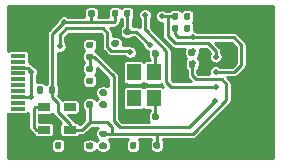
<source format=gbl>
%TF.GenerationSoftware,KiCad,Pcbnew,(5.1.10)-1*%
%TF.CreationDate,2021-11-23T23:34:30+08:00*%
%TF.ProjectId,ST-Link_v2-1,53542d4c-696e-46b5-9f76-322d312e6b69,rev?*%
%TF.SameCoordinates,Original*%
%TF.FileFunction,Copper,L2,Bot*%
%TF.FilePolarity,Positive*%
%FSLAX46Y46*%
G04 Gerber Fmt 4.6, Leading zero omitted, Abs format (unit mm)*
G04 Created by KiCad (PCBNEW (5.1.10)-1) date 2021-11-23 23:34:30*
%MOMM*%
%LPD*%
G01*
G04 APERTURE LIST*
%TA.AperFunction,SMDPad,CuDef*%
%ADD10R,1.200000X1.400000*%
%TD*%
%TA.AperFunction,SMDPad,CuDef*%
%ADD11R,1.060000X0.650000*%
%TD*%
%TA.AperFunction,SMDPad,CuDef*%
%ADD12R,1.850000X1.180000*%
%TD*%
%TA.AperFunction,SMDPad,CuDef*%
%ADD13R,1.850000X0.300000*%
%TD*%
%TA.AperFunction,SMDPad,CuDef*%
%ADD14R,1.250000X0.300000*%
%TD*%
%TA.AperFunction,ViaPad*%
%ADD15C,0.508000*%
%TD*%
%TA.AperFunction,Conductor*%
%ADD16C,0.254000*%
%TD*%
%TA.AperFunction,Conductor*%
%ADD17C,0.100000*%
%TD*%
G04 APERTURE END LIST*
D10*
%TO.P,Y1,1*%
%TO.N,Net-(C3-Pad1)*%
X181571000Y-110787000D03*
%TO.P,Y1,2*%
%TO.N,Net-(C2-Pad1)*%
X181571000Y-112987000D03*
%TO.P,Y1,3*%
%TO.N,N/C*%
X179871000Y-112987000D03*
%TO.P,Y1,4*%
X179871000Y-110787000D03*
%TD*%
D11*
%TO.P,U2,1*%
%TO.N,+5V*%
X172255000Y-115631000D03*
%TO.P,U2,2*%
%TO.N,GND*%
X172255000Y-114681000D03*
%TO.P,U2,3*%
%TO.N,+5V*%
X172255000Y-113731000D03*
%TO.P,U2,4*%
%TO.N,Net-(U2-Pad4)*%
X174455000Y-113731000D03*
%TO.P,U2,5*%
%TO.N,+3V3*%
X174455000Y-115631000D03*
%TD*%
%TO.P,R20,1*%
%TO.N,/ST_SWDIO*%
%TA.AperFunction,SMDPad,CuDef*%
G36*
G01*
X176334000Y-111778000D02*
X175964000Y-111778000D01*
G75*
G02*
X175829000Y-111643000I0J135000D01*
G01*
X175829000Y-111373000D01*
G75*
G02*
X175964000Y-111238000I135000J0D01*
G01*
X176334000Y-111238000D01*
G75*
G02*
X176469000Y-111373000I0J-135000D01*
G01*
X176469000Y-111643000D01*
G75*
G02*
X176334000Y-111778000I-135000J0D01*
G01*
G37*
%TD.AperFunction*%
%TO.P,R20,2*%
%TO.N,/SWDIO*%
%TA.AperFunction,SMDPad,CuDef*%
G36*
G01*
X176334000Y-110758000D02*
X175964000Y-110758000D01*
G75*
G02*
X175829000Y-110623000I0J135000D01*
G01*
X175829000Y-110353000D01*
G75*
G02*
X175964000Y-110218000I135000J0D01*
G01*
X176334000Y-110218000D01*
G75*
G02*
X176469000Y-110353000I0J-135000D01*
G01*
X176469000Y-110623000D01*
G75*
G02*
X176334000Y-110758000I-135000J0D01*
G01*
G37*
%TD.AperFunction*%
%TD*%
%TO.P,R19,1*%
%TO.N,/ST_SWCLK*%
%TA.AperFunction,SMDPad,CuDef*%
G36*
G01*
X177477000Y-113790000D02*
X177107000Y-113790000D01*
G75*
G02*
X176972000Y-113655000I0J135000D01*
G01*
X176972000Y-113385000D01*
G75*
G02*
X177107000Y-113250000I135000J0D01*
G01*
X177477000Y-113250000D01*
G75*
G02*
X177612000Y-113385000I0J-135000D01*
G01*
X177612000Y-113655000D01*
G75*
G02*
X177477000Y-113790000I-135000J0D01*
G01*
G37*
%TD.AperFunction*%
%TO.P,R19,2*%
%TO.N,/SWCLK*%
%TA.AperFunction,SMDPad,CuDef*%
G36*
G01*
X177477000Y-112770000D02*
X177107000Y-112770000D01*
G75*
G02*
X176972000Y-112635000I0J135000D01*
G01*
X176972000Y-112365000D01*
G75*
G02*
X177107000Y-112230000I135000J0D01*
G01*
X177477000Y-112230000D01*
G75*
G02*
X177612000Y-112365000I0J-135000D01*
G01*
X177612000Y-112635000D01*
G75*
G02*
X177477000Y-112770000I-135000J0D01*
G01*
G37*
%TD.AperFunction*%
%TD*%
%TO.P,R16,1*%
%TO.N,Net-(J2-PadA6)*%
%TA.AperFunction,SMDPad,CuDef*%
G36*
G01*
X171686000Y-112453000D02*
X171686000Y-112083000D01*
G75*
G02*
X171821000Y-111948000I135000J0D01*
G01*
X172091000Y-111948000D01*
G75*
G02*
X172226000Y-112083000I0J-135000D01*
G01*
X172226000Y-112453000D01*
G75*
G02*
X172091000Y-112588000I-135000J0D01*
G01*
X171821000Y-112588000D01*
G75*
G02*
X171686000Y-112453000I0J135000D01*
G01*
G37*
%TD.AperFunction*%
%TO.P,R16,2*%
%TO.N,+3V3*%
%TA.AperFunction,SMDPad,CuDef*%
G36*
G01*
X172706000Y-112453000D02*
X172706000Y-112083000D01*
G75*
G02*
X172841000Y-111948000I135000J0D01*
G01*
X173111000Y-111948000D01*
G75*
G02*
X173246000Y-112083000I0J-135000D01*
G01*
X173246000Y-112453000D01*
G75*
G02*
X173111000Y-112588000I-135000J0D01*
G01*
X172841000Y-112588000D01*
G75*
G02*
X172706000Y-112453000I0J135000D01*
G01*
G37*
%TD.AperFunction*%
%TD*%
%TO.P,R15,1*%
%TO.N,GND*%
%TA.AperFunction,SMDPad,CuDef*%
G36*
G01*
X186073000Y-108908000D02*
X186073000Y-109278000D01*
G75*
G02*
X185938000Y-109413000I-135000J0D01*
G01*
X185668000Y-109413000D01*
G75*
G02*
X185533000Y-109278000I0J135000D01*
G01*
X185533000Y-108908000D01*
G75*
G02*
X185668000Y-108773000I135000J0D01*
G01*
X185938000Y-108773000D01*
G75*
G02*
X186073000Y-108908000I0J-135000D01*
G01*
G37*
%TD.AperFunction*%
%TO.P,R15,2*%
%TO.N,Net-(R14-Pad1)*%
%TA.AperFunction,SMDPad,CuDef*%
G36*
G01*
X185053000Y-108908000D02*
X185053000Y-109278000D01*
G75*
G02*
X184918000Y-109413000I-135000J0D01*
G01*
X184648000Y-109413000D01*
G75*
G02*
X184513000Y-109278000I0J135000D01*
G01*
X184513000Y-108908000D01*
G75*
G02*
X184648000Y-108773000I135000J0D01*
G01*
X184918000Y-108773000D01*
G75*
G02*
X185053000Y-108908000I0J-135000D01*
G01*
G37*
%TD.AperFunction*%
%TD*%
%TO.P,R13,1*%
%TO.N,Net-(R13-Pad1)*%
%TA.AperFunction,SMDPad,CuDef*%
G36*
G01*
X176324000Y-117277000D02*
X175954000Y-117277000D01*
G75*
G02*
X175819000Y-117142000I0J135000D01*
G01*
X175819000Y-116872000D01*
G75*
G02*
X175954000Y-116737000I135000J0D01*
G01*
X176324000Y-116737000D01*
G75*
G02*
X176459000Y-116872000I0J-135000D01*
G01*
X176459000Y-117142000D01*
G75*
G02*
X176324000Y-117277000I-135000J0D01*
G01*
G37*
%TD.AperFunction*%
%TO.P,R13,2*%
%TO.N,GND*%
%TA.AperFunction,SMDPad,CuDef*%
G36*
G01*
X176324000Y-116257000D02*
X175954000Y-116257000D01*
G75*
G02*
X175819000Y-116122000I0J135000D01*
G01*
X175819000Y-115852000D01*
G75*
G02*
X175954000Y-115717000I135000J0D01*
G01*
X176324000Y-115717000D01*
G75*
G02*
X176459000Y-115852000I0J-135000D01*
G01*
X176459000Y-116122000D01*
G75*
G02*
X176324000Y-116257000I-135000J0D01*
G01*
G37*
%TD.AperFunction*%
%TD*%
%TO.P,R8,1*%
%TO.N,Net-(R8-Pad1)*%
%TA.AperFunction,SMDPad,CuDef*%
G36*
G01*
X177477000Y-117277000D02*
X177107000Y-117277000D01*
G75*
G02*
X176972000Y-117142000I0J135000D01*
G01*
X176972000Y-116872000D01*
G75*
G02*
X177107000Y-116737000I135000J0D01*
G01*
X177477000Y-116737000D01*
G75*
G02*
X177612000Y-116872000I0J-135000D01*
G01*
X177612000Y-117142000D01*
G75*
G02*
X177477000Y-117277000I-135000J0D01*
G01*
G37*
%TD.AperFunction*%
%TO.P,R8,2*%
%TO.N,+3V3*%
%TA.AperFunction,SMDPad,CuDef*%
G36*
G01*
X177477000Y-116257000D02*
X177107000Y-116257000D01*
G75*
G02*
X176972000Y-116122000I0J135000D01*
G01*
X176972000Y-115852000D01*
G75*
G02*
X177107000Y-115717000I135000J0D01*
G01*
X177477000Y-115717000D01*
G75*
G02*
X177612000Y-115852000I0J-135000D01*
G01*
X177612000Y-116122000D01*
G75*
G02*
X177477000Y-116257000I-135000J0D01*
G01*
G37*
%TD.AperFunction*%
%TD*%
%TO.P,R7,1*%
%TO.N,Net-(R7-Pad1)*%
%TA.AperFunction,SMDPad,CuDef*%
G36*
G01*
X178493000Y-108603000D02*
X178123000Y-108603000D01*
G75*
G02*
X177988000Y-108468000I0J135000D01*
G01*
X177988000Y-108198000D01*
G75*
G02*
X178123000Y-108063000I135000J0D01*
G01*
X178493000Y-108063000D01*
G75*
G02*
X178628000Y-108198000I0J-135000D01*
G01*
X178628000Y-108468000D01*
G75*
G02*
X178493000Y-108603000I-135000J0D01*
G01*
G37*
%TD.AperFunction*%
%TO.P,R7,2*%
%TO.N,GND*%
%TA.AperFunction,SMDPad,CuDef*%
G36*
G01*
X178493000Y-107583000D02*
X178123000Y-107583000D01*
G75*
G02*
X177988000Y-107448000I0J135000D01*
G01*
X177988000Y-107178000D01*
G75*
G02*
X178123000Y-107043000I135000J0D01*
G01*
X178493000Y-107043000D01*
G75*
G02*
X178628000Y-107178000I0J-135000D01*
G01*
X178628000Y-107448000D01*
G75*
G02*
X178493000Y-107583000I-135000J0D01*
G01*
G37*
%TD.AperFunction*%
%TD*%
%TO.P,R6,1*%
%TO.N,Net-(R6-Pad1)*%
%TA.AperFunction,SMDPad,CuDef*%
G36*
G01*
X180104000Y-116782000D02*
X180104000Y-117152000D01*
G75*
G02*
X179969000Y-117287000I-135000J0D01*
G01*
X179699000Y-117287000D01*
G75*
G02*
X179564000Y-117152000I0J135000D01*
G01*
X179564000Y-116782000D01*
G75*
G02*
X179699000Y-116647000I135000J0D01*
G01*
X179969000Y-116647000D01*
G75*
G02*
X180104000Y-116782000I0J-135000D01*
G01*
G37*
%TD.AperFunction*%
%TO.P,R6,2*%
%TO.N,GND*%
%TA.AperFunction,SMDPad,CuDef*%
G36*
G01*
X179084000Y-116782000D02*
X179084000Y-117152000D01*
G75*
G02*
X178949000Y-117287000I-135000J0D01*
G01*
X178679000Y-117287000D01*
G75*
G02*
X178544000Y-117152000I0J135000D01*
G01*
X178544000Y-116782000D01*
G75*
G02*
X178679000Y-116647000I135000J0D01*
G01*
X178949000Y-116647000D01*
G75*
G02*
X179084000Y-116782000I0J-135000D01*
G01*
G37*
%TD.AperFunction*%
%TD*%
%TO.P,R5,1*%
%TO.N,/RXD*%
%TA.AperFunction,SMDPad,CuDef*%
G36*
G01*
X183116000Y-106230000D02*
X183116000Y-105860000D01*
G75*
G02*
X183251000Y-105725000I135000J0D01*
G01*
X183521000Y-105725000D01*
G75*
G02*
X183656000Y-105860000I0J-135000D01*
G01*
X183656000Y-106230000D01*
G75*
G02*
X183521000Y-106365000I-135000J0D01*
G01*
X183251000Y-106365000D01*
G75*
G02*
X183116000Y-106230000I0J135000D01*
G01*
G37*
%TD.AperFunction*%
%TO.P,R5,2*%
%TO.N,Net-(D3-Pad1)*%
%TA.AperFunction,SMDPad,CuDef*%
G36*
G01*
X184136000Y-106230000D02*
X184136000Y-105860000D01*
G75*
G02*
X184271000Y-105725000I135000J0D01*
G01*
X184541000Y-105725000D01*
G75*
G02*
X184676000Y-105860000I0J-135000D01*
G01*
X184676000Y-106230000D01*
G75*
G02*
X184541000Y-106365000I-135000J0D01*
G01*
X184271000Y-106365000D01*
G75*
G02*
X184136000Y-106230000I0J135000D01*
G01*
G37*
%TD.AperFunction*%
%TD*%
%TO.P,R4,1*%
%TO.N,/TXD*%
%TA.AperFunction,SMDPad,CuDef*%
G36*
G01*
X183116000Y-107246000D02*
X183116000Y-106876000D01*
G75*
G02*
X183251000Y-106741000I135000J0D01*
G01*
X183521000Y-106741000D01*
G75*
G02*
X183656000Y-106876000I0J-135000D01*
G01*
X183656000Y-107246000D01*
G75*
G02*
X183521000Y-107381000I-135000J0D01*
G01*
X183251000Y-107381000D01*
G75*
G02*
X183116000Y-107246000I0J135000D01*
G01*
G37*
%TD.AperFunction*%
%TO.P,R4,2*%
%TO.N,Net-(D2-Pad1)*%
%TA.AperFunction,SMDPad,CuDef*%
G36*
G01*
X184136000Y-107246000D02*
X184136000Y-106876000D01*
G75*
G02*
X184271000Y-106741000I135000J0D01*
G01*
X184541000Y-106741000D01*
G75*
G02*
X184676000Y-106876000I0J-135000D01*
G01*
X184676000Y-107246000D01*
G75*
G02*
X184541000Y-107381000I-135000J0D01*
G01*
X184271000Y-107381000D01*
G75*
G02*
X184136000Y-107246000I0J135000D01*
G01*
G37*
%TD.AperFunction*%
%TD*%
%TO.P,R3,1*%
%TO.N,GND*%
%TA.AperFunction,SMDPad,CuDef*%
G36*
G01*
X174770000Y-116782000D02*
X174770000Y-117152000D01*
G75*
G02*
X174635000Y-117287000I-135000J0D01*
G01*
X174365000Y-117287000D01*
G75*
G02*
X174230000Y-117152000I0J135000D01*
G01*
X174230000Y-116782000D01*
G75*
G02*
X174365000Y-116647000I135000J0D01*
G01*
X174635000Y-116647000D01*
G75*
G02*
X174770000Y-116782000I0J-135000D01*
G01*
G37*
%TD.AperFunction*%
%TO.P,R3,2*%
%TO.N,Net-(D1-Pad1)*%
%TA.AperFunction,SMDPad,CuDef*%
G36*
G01*
X173750000Y-116782000D02*
X173750000Y-117152000D01*
G75*
G02*
X173615000Y-117287000I-135000J0D01*
G01*
X173345000Y-117287000D01*
G75*
G02*
X173210000Y-117152000I0J135000D01*
G01*
X173210000Y-116782000D01*
G75*
G02*
X173345000Y-116647000I135000J0D01*
G01*
X173615000Y-116647000D01*
G75*
G02*
X173750000Y-116782000I0J-135000D01*
G01*
G37*
%TD.AperFunction*%
%TD*%
%TO.P,R2,1*%
%TO.N,/SWDIO_IN*%
%TA.AperFunction,SMDPad,CuDef*%
G36*
G01*
X175964000Y-108186000D02*
X176334000Y-108186000D01*
G75*
G02*
X176469000Y-108321000I0J-135000D01*
G01*
X176469000Y-108591000D01*
G75*
G02*
X176334000Y-108726000I-135000J0D01*
G01*
X175964000Y-108726000D01*
G75*
G02*
X175829000Y-108591000I0J135000D01*
G01*
X175829000Y-108321000D01*
G75*
G02*
X175964000Y-108186000I135000J0D01*
G01*
G37*
%TD.AperFunction*%
%TO.P,R2,2*%
%TO.N,/SWDIO*%
%TA.AperFunction,SMDPad,CuDef*%
G36*
G01*
X175964000Y-109206000D02*
X176334000Y-109206000D01*
G75*
G02*
X176469000Y-109341000I0J-135000D01*
G01*
X176469000Y-109611000D01*
G75*
G02*
X176334000Y-109746000I-135000J0D01*
G01*
X175964000Y-109746000D01*
G75*
G02*
X175829000Y-109611000I0J135000D01*
G01*
X175829000Y-109341000D01*
G75*
G02*
X175964000Y-109206000I135000J0D01*
G01*
G37*
%TD.AperFunction*%
%TD*%
%TO.P,R1,1*%
%TO.N,/NRST*%
%TA.AperFunction,SMDPad,CuDef*%
G36*
G01*
X179596000Y-105606000D02*
X179596000Y-105976000D01*
G75*
G02*
X179461000Y-106111000I-135000J0D01*
G01*
X179191000Y-106111000D01*
G75*
G02*
X179056000Y-105976000I0J135000D01*
G01*
X179056000Y-105606000D01*
G75*
G02*
X179191000Y-105471000I135000J0D01*
G01*
X179461000Y-105471000D01*
G75*
G02*
X179596000Y-105606000I0J-135000D01*
G01*
G37*
%TD.AperFunction*%
%TO.P,R1,2*%
%TO.N,+3V3*%
%TA.AperFunction,SMDPad,CuDef*%
G36*
G01*
X178576000Y-105606000D02*
X178576000Y-105976000D01*
G75*
G02*
X178441000Y-106111000I-135000J0D01*
G01*
X178171000Y-106111000D01*
G75*
G02*
X178036000Y-105976000I0J135000D01*
G01*
X178036000Y-105606000D01*
G75*
G02*
X178171000Y-105471000I135000J0D01*
G01*
X178441000Y-105471000D01*
G75*
G02*
X178576000Y-105606000I0J-135000D01*
G01*
G37*
%TD.AperFunction*%
%TD*%
D12*
%TO.P,J2,S4*%
%TO.N,GND*%
X170053000Y-107993000D03*
%TO.P,J2,S3*%
X170053000Y-115273000D03*
D13*
%TO.P,J2,B1*%
X170053000Y-108883000D03*
D14*
%TO.P,J2,B2*%
%TO.N,Net-(J2-PadB2)*%
X170053000Y-109383000D03*
%TO.P,J2,B3*%
%TO.N,Net-(J2-PadB3)*%
X170053000Y-109883000D03*
%TO.P,J2,B4*%
%TO.N,+5V*%
X170053000Y-110383000D03*
%TO.P,J2,B5*%
%TO.N,Net-(J2-PadB5)*%
X170053000Y-110883000D03*
%TO.P,J2,B6*%
%TO.N,N/C*%
X170053000Y-111383000D03*
%TO.P,J2,B7*%
X170053000Y-111883000D03*
%TO.P,J2,B8*%
%TO.N,Net-(J2-PadB8)*%
X170053000Y-112383000D03*
%TO.P,J2,B9*%
%TO.N,+5V*%
X170053000Y-112883000D03*
%TO.P,J2,B10*%
%TO.N,Net-(J2-PadB10)*%
X170053000Y-113383000D03*
%TO.P,J2,B11*%
%TO.N,Net-(J2-PadB11)*%
X170053000Y-113883000D03*
D13*
%TO.P,J2,B12*%
%TO.N,GND*%
X170053000Y-114383000D03*
%TD*%
%TO.P,C7,1*%
%TO.N,+3V3*%
%TA.AperFunction,SMDPad,CuDef*%
G36*
G01*
X182116000Y-116797000D02*
X182116000Y-117137000D01*
G75*
G02*
X181976000Y-117277000I-140000J0D01*
G01*
X181696000Y-117277000D01*
G75*
G02*
X181556000Y-117137000I0J140000D01*
G01*
X181556000Y-116797000D01*
G75*
G02*
X181696000Y-116657000I140000J0D01*
G01*
X181976000Y-116657000D01*
G75*
G02*
X182116000Y-116797000I0J-140000D01*
G01*
G37*
%TD.AperFunction*%
%TO.P,C7,2*%
%TO.N,GND*%
%TA.AperFunction,SMDPad,CuDef*%
G36*
G01*
X181156000Y-116797000D02*
X181156000Y-117137000D01*
G75*
G02*
X181016000Y-117277000I-140000J0D01*
G01*
X180736000Y-117277000D01*
G75*
G02*
X180596000Y-117137000I0J140000D01*
G01*
X180596000Y-116797000D01*
G75*
G02*
X180736000Y-116657000I140000J0D01*
G01*
X181016000Y-116657000D01*
G75*
G02*
X181156000Y-116797000I0J-140000D01*
G01*
G37*
%TD.AperFunction*%
%TD*%
%TO.P,C6,1*%
%TO.N,+3V3*%
%TA.AperFunction,SMDPad,CuDef*%
G36*
G01*
X176319000Y-113790000D02*
X175979000Y-113790000D01*
G75*
G02*
X175839000Y-113650000I0J140000D01*
G01*
X175839000Y-113370000D01*
G75*
G02*
X175979000Y-113230000I140000J0D01*
G01*
X176319000Y-113230000D01*
G75*
G02*
X176459000Y-113370000I0J-140000D01*
G01*
X176459000Y-113650000D01*
G75*
G02*
X176319000Y-113790000I-140000J0D01*
G01*
G37*
%TD.AperFunction*%
%TO.P,C6,2*%
%TO.N,GND*%
%TA.AperFunction,SMDPad,CuDef*%
G36*
G01*
X176319000Y-112830000D02*
X175979000Y-112830000D01*
G75*
G02*
X175839000Y-112690000I0J140000D01*
G01*
X175839000Y-112410000D01*
G75*
G02*
X175979000Y-112270000I140000J0D01*
G01*
X176319000Y-112270000D01*
G75*
G02*
X176459000Y-112410000I0J-140000D01*
G01*
X176459000Y-112690000D01*
G75*
G02*
X176319000Y-112830000I-140000J0D01*
G01*
G37*
%TD.AperFunction*%
%TD*%
%TO.P,C5,1*%
%TO.N,+3V3*%
%TA.AperFunction,SMDPad,CuDef*%
G36*
G01*
X176024000Y-105961000D02*
X176024000Y-105621000D01*
G75*
G02*
X176164000Y-105481000I140000J0D01*
G01*
X176444000Y-105481000D01*
G75*
G02*
X176584000Y-105621000I0J-140000D01*
G01*
X176584000Y-105961000D01*
G75*
G02*
X176444000Y-106101000I-140000J0D01*
G01*
X176164000Y-106101000D01*
G75*
G02*
X176024000Y-105961000I0J140000D01*
G01*
G37*
%TD.AperFunction*%
%TO.P,C5,2*%
%TO.N,GND*%
%TA.AperFunction,SMDPad,CuDef*%
G36*
G01*
X176984000Y-105961000D02*
X176984000Y-105621000D01*
G75*
G02*
X177124000Y-105481000I140000J0D01*
G01*
X177404000Y-105481000D01*
G75*
G02*
X177544000Y-105621000I0J-140000D01*
G01*
X177544000Y-105961000D01*
G75*
G02*
X177404000Y-106101000I-140000J0D01*
G01*
X177124000Y-106101000D01*
G75*
G02*
X176984000Y-105961000I0J140000D01*
G01*
G37*
%TD.AperFunction*%
%TD*%
%TO.P,C4,1*%
%TO.N,+3V3*%
%TA.AperFunction,SMDPad,CuDef*%
G36*
G01*
X184533000Y-110279000D02*
X184533000Y-109939000D01*
G75*
G02*
X184673000Y-109799000I140000J0D01*
G01*
X184953000Y-109799000D01*
G75*
G02*
X185093000Y-109939000I0J-140000D01*
G01*
X185093000Y-110279000D01*
G75*
G02*
X184953000Y-110419000I-140000J0D01*
G01*
X184673000Y-110419000D01*
G75*
G02*
X184533000Y-110279000I0J140000D01*
G01*
G37*
%TD.AperFunction*%
%TO.P,C4,2*%
%TO.N,GND*%
%TA.AperFunction,SMDPad,CuDef*%
G36*
G01*
X185493000Y-110279000D02*
X185493000Y-109939000D01*
G75*
G02*
X185633000Y-109799000I140000J0D01*
G01*
X185913000Y-109799000D01*
G75*
G02*
X186053000Y-109939000I0J-140000D01*
G01*
X186053000Y-110279000D01*
G75*
G02*
X185913000Y-110419000I-140000J0D01*
G01*
X185633000Y-110419000D01*
G75*
G02*
X185493000Y-110279000I0J140000D01*
G01*
G37*
%TD.AperFunction*%
%TD*%
%TO.P,C3,1*%
%TO.N,Net-(C3-Pad1)*%
%TA.AperFunction,SMDPad,CuDef*%
G36*
G01*
X181989000Y-109050000D02*
X181989000Y-109390000D01*
G75*
G02*
X181849000Y-109530000I-140000J0D01*
G01*
X181569000Y-109530000D01*
G75*
G02*
X181429000Y-109390000I0J140000D01*
G01*
X181429000Y-109050000D01*
G75*
G02*
X181569000Y-108910000I140000J0D01*
G01*
X181849000Y-108910000D01*
G75*
G02*
X181989000Y-109050000I0J-140000D01*
G01*
G37*
%TD.AperFunction*%
%TO.P,C3,2*%
%TO.N,GND*%
%TA.AperFunction,SMDPad,CuDef*%
G36*
G01*
X181029000Y-109050000D02*
X181029000Y-109390000D01*
G75*
G02*
X180889000Y-109530000I-140000J0D01*
G01*
X180609000Y-109530000D01*
G75*
G02*
X180469000Y-109390000I0J140000D01*
G01*
X180469000Y-109050000D01*
G75*
G02*
X180609000Y-108910000I140000J0D01*
G01*
X180889000Y-108910000D01*
G75*
G02*
X181029000Y-109050000I0J-140000D01*
G01*
G37*
%TD.AperFunction*%
%TD*%
%TO.P,C2,1*%
%TO.N,Net-(C2-Pad1)*%
%TA.AperFunction,SMDPad,CuDef*%
G36*
G01*
X181989000Y-114384000D02*
X181989000Y-114724000D01*
G75*
G02*
X181849000Y-114864000I-140000J0D01*
G01*
X181569000Y-114864000D01*
G75*
G02*
X181429000Y-114724000I0J140000D01*
G01*
X181429000Y-114384000D01*
G75*
G02*
X181569000Y-114244000I140000J0D01*
G01*
X181849000Y-114244000D01*
G75*
G02*
X181989000Y-114384000I0J-140000D01*
G01*
G37*
%TD.AperFunction*%
%TO.P,C2,2*%
%TO.N,GND*%
%TA.AperFunction,SMDPad,CuDef*%
G36*
G01*
X181029000Y-114384000D02*
X181029000Y-114724000D01*
G75*
G02*
X180889000Y-114864000I-140000J0D01*
G01*
X180609000Y-114864000D01*
G75*
G02*
X180469000Y-114724000I0J140000D01*
G01*
X180469000Y-114384000D01*
G75*
G02*
X180609000Y-114244000I140000J0D01*
G01*
X180889000Y-114244000D01*
G75*
G02*
X181029000Y-114384000I0J-140000D01*
G01*
G37*
%TD.AperFunction*%
%TD*%
%TO.P,C1,1*%
%TO.N,/NRST*%
%TA.AperFunction,SMDPad,CuDef*%
G36*
G01*
X179154000Y-107063000D02*
X179494000Y-107063000D01*
G75*
G02*
X179634000Y-107203000I0J-140000D01*
G01*
X179634000Y-107483000D01*
G75*
G02*
X179494000Y-107623000I-140000J0D01*
G01*
X179154000Y-107623000D01*
G75*
G02*
X179014000Y-107483000I0J140000D01*
G01*
X179014000Y-107203000D01*
G75*
G02*
X179154000Y-107063000I140000J0D01*
G01*
G37*
%TD.AperFunction*%
%TO.P,C1,2*%
%TO.N,GND*%
%TA.AperFunction,SMDPad,CuDef*%
G36*
G01*
X179154000Y-108023000D02*
X179494000Y-108023000D01*
G75*
G02*
X179634000Y-108163000I0J-140000D01*
G01*
X179634000Y-108443000D01*
G75*
G02*
X179494000Y-108583000I-140000J0D01*
G01*
X179154000Y-108583000D01*
G75*
G02*
X179014000Y-108443000I0J140000D01*
G01*
X179014000Y-108163000D01*
G75*
G02*
X179154000Y-108023000I140000J0D01*
G01*
G37*
%TD.AperFunction*%
%TD*%
D15*
%TO.N,GND*%
X180848000Y-116967000D03*
%TO.N,+3V3*%
X181864000Y-116967000D03*
%TO.N,Net-(R6-Pad1)*%
X179832000Y-116967000D03*
%TO.N,/NRST*%
X179324000Y-105791000D03*
X181229000Y-108458000D03*
%TO.N,GND*%
X179832000Y-114173000D03*
X180721000Y-109220000D03*
X173101000Y-114681000D03*
X188341000Y-108712000D03*
X188341000Y-109982000D03*
%TO.N,/TXD*%
X184912000Y-107823000D03*
%TO.N,Net-(R7-Pad1)*%
X178308000Y-108331000D03*
%TO.N,Net-(D2-Pad1)*%
X184404000Y-107061000D03*
%TO.N,Net-(D3-Pad1)*%
X184404000Y-106045000D03*
%TO.N,Net-(C2-Pad1)*%
X181356000Y-112903000D03*
%TO.N,Net-(C3-Pad1)*%
X181351402Y-110748604D03*
%TO.N,Net-(R13-Pad1)*%
X176149000Y-116967000D03*
%TO.N,Net-(R8-Pad1)*%
X177292000Y-116967000D03*
%TO.N,Net-(J2-PadA6)*%
X171958000Y-112268000D03*
%TO.N,Net-(D1-Pad1)*%
X173482000Y-116967000D03*
%TO.N,/SWDIO_IN*%
X176149000Y-108458000D03*
%TO.N,+3V3*%
X174498000Y-115570000D03*
X176149000Y-113538000D03*
X184912000Y-109982000D03*
X176276000Y-105791000D03*
X173977157Y-106520379D03*
%TO.N,+5V*%
X171958000Y-113792000D03*
X171216000Y-112883000D03*
X171196000Y-110744000D03*
%TO.N,/SWDIO*%
X176149000Y-109474000D03*
X186779884Y-113246884D03*
%TO.N,/SWCLK*%
X180848000Y-105918000D03*
X177292000Y-112522000D03*
X173609000Y-108585000D03*
X179578000Y-109093000D03*
X186817000Y-112014000D03*
%TO.N,/TXD*%
X186817000Y-110754000D03*
%TO.N,/RXD*%
X182245000Y-106045000D03*
X186817000Y-109474000D03*
%TO.N,Net-(R14-Pad1)*%
X184912000Y-108966000D03*
%TO.N,/ST_SWCLK*%
X177292000Y-113538000D03*
%TO.N,/ST_SWDIO*%
X176149000Y-111506000D03*
%TD*%
D16*
%TO.N,/NRST*%
X179324000Y-106047000D02*
X179326000Y-106045000D01*
X179324000Y-107343000D02*
X179324000Y-106047000D01*
X180114000Y-107343000D02*
X179324000Y-107343000D01*
X181229000Y-108458000D02*
X180114000Y-107343000D01*
%TO.N,GND*%
X185773000Y-109123000D02*
X185803000Y-109093000D01*
X185773000Y-110109000D02*
X185773000Y-109123000D01*
%TO.N,Net-(C2-Pad1)*%
X181709000Y-112998000D02*
X181698000Y-112987000D01*
X181709000Y-114554000D02*
X181709000Y-112998000D01*
%TO.N,Net-(C3-Pad1)*%
X181709000Y-110391006D02*
X181351402Y-110748604D01*
X181709000Y-109220000D02*
X181709000Y-110391006D01*
%TO.N,+3V3*%
X176149000Y-115003618D02*
X176149000Y-113538000D01*
X174455000Y-115631000D02*
X175521618Y-115631000D01*
X175521618Y-115631000D02*
X176056309Y-115096309D01*
X176056309Y-115096309D02*
X176149000Y-115003618D01*
X178018000Y-115987000D02*
X177292000Y-115987000D01*
X184813000Y-110236000D02*
X184813000Y-110236000D01*
X178018000Y-115987000D02*
X181610000Y-115987000D01*
X181864000Y-116967000D02*
X181864000Y-116023000D01*
X181864000Y-116023000D02*
X181900000Y-115987000D01*
X181900000Y-115987000D02*
X181610000Y-115987000D01*
X176149000Y-115003618D02*
X177607550Y-115003618D01*
X177607550Y-115003618D02*
X178018000Y-115414068D01*
X178018000Y-115414068D02*
X178018000Y-115987000D01*
X174498000Y-115200001D02*
X174498000Y-115570000D01*
X173482000Y-114184001D02*
X174498000Y-115200001D01*
X172976000Y-112268000D02*
X172976000Y-112905000D01*
X173482000Y-113411000D02*
X173482000Y-114184001D01*
X172976000Y-112905000D02*
X173482000Y-113411000D01*
X184861441Y-115987000D02*
X181900000Y-115987000D01*
X187706000Y-113142441D02*
X184861441Y-115987000D01*
X187706000Y-111760000D02*
X187706000Y-113142441D01*
X187325000Y-111379000D02*
X187706000Y-111760000D01*
X185166000Y-111379000D02*
X187325000Y-111379000D01*
X184813000Y-111026000D02*
X185166000Y-111379000D01*
X184813000Y-110236000D02*
X184813000Y-111026000D01*
X178306000Y-106428000D02*
X178306000Y-105791000D01*
X178181000Y-106553000D02*
X178306000Y-106428000D01*
X176276000Y-105791000D02*
X176276000Y-106553000D01*
X176276000Y-106553000D02*
X178181000Y-106553000D01*
X172976000Y-107521536D02*
X173977157Y-106520379D01*
X172976000Y-112268000D02*
X172976000Y-107521536D01*
X176276000Y-106553000D02*
X174009778Y-106553000D01*
X174009778Y-106553000D02*
X173977157Y-106520379D01*
%TO.N,+5V*%
X172255000Y-113731000D02*
X172146000Y-113731000D01*
X171397999Y-113844001D02*
X171397999Y-115390999D01*
X171511000Y-113731000D02*
X171397999Y-113844001D01*
X171638000Y-115631000D02*
X172255000Y-115631000D01*
X171397999Y-115390999D02*
X171638000Y-115631000D01*
X172146000Y-113731000D02*
X171511000Y-113731000D01*
X170053000Y-112883000D02*
X171216000Y-112883000D01*
X171216000Y-110637000D02*
X171216000Y-112883000D01*
X170962000Y-110383000D02*
X171216000Y-110637000D01*
X170053000Y-110383000D02*
X170962000Y-110383000D01*
%TO.N,/SWDIO*%
X176149000Y-110488000D02*
X176149000Y-109476000D01*
X178689000Y-115443000D02*
X184583768Y-115443000D01*
X184583768Y-115443000D02*
X186779884Y-113246884D01*
X178181000Y-111125000D02*
X178181000Y-114935000D01*
X178181000Y-114935000D02*
X178689000Y-115443000D01*
X176532000Y-109476000D02*
X178181000Y-111125000D01*
X176149000Y-109476000D02*
X176532000Y-109476000D01*
%TO.N,/SWCLK*%
X180848000Y-107241454D02*
X180848000Y-105918000D01*
X180901454Y-107241454D02*
X180848000Y-107241454D01*
X182626000Y-108966000D02*
X180901454Y-107241454D01*
X182626000Y-111633000D02*
X182626000Y-108966000D01*
X183007000Y-112014000D02*
X182626000Y-111633000D01*
X186743990Y-112014000D02*
X183007000Y-112014000D01*
X186817000Y-112087010D02*
X186743990Y-112014000D01*
X179451000Y-108966000D02*
X179578000Y-109093000D01*
X177660990Y-108659372D02*
X177967618Y-108966000D01*
X177660990Y-107429990D02*
X177660990Y-108659372D01*
X177292000Y-107061000D02*
X177660990Y-107429990D01*
X177967618Y-108966000D02*
X179451000Y-108966000D01*
X174190001Y-107061000D02*
X177292000Y-107061000D01*
X173609000Y-107642001D02*
X174190001Y-107061000D01*
X173609000Y-108585000D02*
X173609000Y-107642001D01*
%TO.N,/TXD*%
X188394500Y-110754000D02*
X186745064Y-110754000D01*
X188976000Y-108458000D02*
X188976000Y-110172500D01*
X188976000Y-110172500D02*
X188394500Y-110754000D01*
X188341000Y-107823000D02*
X188976000Y-108458000D01*
X183642000Y-107823000D02*
X188341000Y-107823000D01*
X183386000Y-107567000D02*
X183642000Y-107823000D01*
X183386000Y-107061000D02*
X183386000Y-107567000D01*
%TO.N,/RXD*%
X182245000Y-106045000D02*
X182753000Y-106045000D01*
X182753000Y-106045000D02*
X183386000Y-106045000D01*
X186817000Y-108966000D02*
X186817000Y-109474000D01*
X186182000Y-108331000D02*
X186817000Y-108966000D01*
X183388000Y-108331000D02*
X186182000Y-108331000D01*
X182753000Y-107696000D02*
X183388000Y-108331000D01*
X182753000Y-106045000D02*
X182753000Y-107696000D01*
%TD*%
%TO.N,GND*%
X191668800Y-118008800D02*
X169265200Y-118008800D01*
X169265200Y-116782000D01*
X172878203Y-116782000D01*
X172878203Y-117152000D01*
X172887172Y-117243068D01*
X172913736Y-117330635D01*
X172956872Y-117411339D01*
X173014925Y-117482075D01*
X173085661Y-117540128D01*
X173166365Y-117583264D01*
X173253932Y-117609828D01*
X173345000Y-117618797D01*
X173615000Y-117618797D01*
X173706068Y-117609828D01*
X173793635Y-117583264D01*
X173874339Y-117540128D01*
X173945075Y-117482075D01*
X174003128Y-117411339D01*
X174046264Y-117330635D01*
X174072828Y-117243068D01*
X174081797Y-117152000D01*
X174081797Y-116782000D01*
X174072828Y-116690932D01*
X174046264Y-116603365D01*
X174003128Y-116522661D01*
X173945075Y-116451925D01*
X173874339Y-116393872D01*
X173793635Y-116350736D01*
X173706068Y-116324172D01*
X173615000Y-116315203D01*
X173345000Y-116315203D01*
X173253932Y-116324172D01*
X173166365Y-116350736D01*
X173085661Y-116393872D01*
X173014925Y-116451925D01*
X172956872Y-116522661D01*
X172913736Y-116603365D01*
X172887172Y-116690932D01*
X172878203Y-116782000D01*
X169265200Y-116782000D01*
X169265200Y-114320391D01*
X169301027Y-114339540D01*
X169363270Y-114358422D01*
X169428000Y-114364797D01*
X170678000Y-114364797D01*
X170742730Y-114358422D01*
X170804973Y-114339540D01*
X170862337Y-114308879D01*
X170912616Y-114267616D01*
X170940799Y-114233275D01*
X170940800Y-115368539D01*
X170938588Y-115390999D01*
X170940800Y-115413459D01*
X170947415Y-115480626D01*
X170960832Y-115524854D01*
X170973559Y-115566808D01*
X171016012Y-115646234D01*
X171058690Y-115698236D01*
X171073147Y-115715852D01*
X171090591Y-115730168D01*
X171298830Y-115938408D01*
X171313147Y-115955853D01*
X171382764Y-116012987D01*
X171400028Y-116022215D01*
X171418460Y-116082973D01*
X171449121Y-116140337D01*
X171490384Y-116190616D01*
X171540663Y-116231879D01*
X171598027Y-116262540D01*
X171660270Y-116281422D01*
X171725000Y-116287797D01*
X172785000Y-116287797D01*
X172849730Y-116281422D01*
X172911973Y-116262540D01*
X172969337Y-116231879D01*
X173019616Y-116190616D01*
X173060879Y-116140337D01*
X173091540Y-116082973D01*
X173110422Y-116020730D01*
X173116797Y-115956000D01*
X173116797Y-115306000D01*
X173110422Y-115241270D01*
X173091540Y-115179027D01*
X173060879Y-115121663D01*
X173019616Y-115071384D01*
X172969337Y-115030121D01*
X172911973Y-114999460D01*
X172849730Y-114980578D01*
X172785000Y-114974203D01*
X171855199Y-114974203D01*
X171855199Y-114387797D01*
X172785000Y-114387797D01*
X172849730Y-114381422D01*
X172911973Y-114362540D01*
X172969337Y-114331879D01*
X173019616Y-114290616D01*
X173031994Y-114275533D01*
X173049087Y-114331879D01*
X173057560Y-114359810D01*
X173070490Y-114384000D01*
X173100014Y-114439237D01*
X173157148Y-114508854D01*
X173174593Y-114523171D01*
X173708191Y-115056770D01*
X173690384Y-115071384D01*
X173649121Y-115121663D01*
X173618460Y-115179027D01*
X173599578Y-115241270D01*
X173593203Y-115306000D01*
X173593203Y-115956000D01*
X173599578Y-116020730D01*
X173618460Y-116082973D01*
X173649121Y-116140337D01*
X173690384Y-116190616D01*
X173740663Y-116231879D01*
X173798027Y-116262540D01*
X173860270Y-116281422D01*
X173925000Y-116287797D01*
X174985000Y-116287797D01*
X175049730Y-116281422D01*
X175111973Y-116262540D01*
X175169337Y-116231879D01*
X175219616Y-116190616D01*
X175260879Y-116140337D01*
X175288746Y-116088200D01*
X175499168Y-116088200D01*
X175521618Y-116090411D01*
X175544068Y-116088200D01*
X175544078Y-116088200D01*
X175611245Y-116081585D01*
X175697427Y-116055441D01*
X175776854Y-116012987D01*
X175846471Y-115955853D01*
X175860792Y-115938403D01*
X176338378Y-115460818D01*
X176853375Y-115460818D01*
X176847661Y-115463872D01*
X176776925Y-115521925D01*
X176718872Y-115592661D01*
X176675736Y-115673365D01*
X176649172Y-115760932D01*
X176640203Y-115852000D01*
X176640203Y-116122000D01*
X176649172Y-116213068D01*
X176675736Y-116300635D01*
X176718872Y-116381339D01*
X176776925Y-116452075D01*
X176831665Y-116497000D01*
X176776925Y-116541925D01*
X176718872Y-116612661D01*
X176715500Y-116618970D01*
X176712128Y-116612661D01*
X176654075Y-116541925D01*
X176583339Y-116483872D01*
X176502635Y-116440736D01*
X176415068Y-116414172D01*
X176324000Y-116405203D01*
X176319169Y-116405203D01*
X176206539Y-116382800D01*
X176091461Y-116382800D01*
X175978831Y-116405203D01*
X175954000Y-116405203D01*
X175862932Y-116414172D01*
X175775365Y-116440736D01*
X175694661Y-116483872D01*
X175623925Y-116541925D01*
X175565872Y-116612661D01*
X175522736Y-116693365D01*
X175496172Y-116780932D01*
X175487203Y-116872000D01*
X175487203Y-117142000D01*
X175496172Y-117233068D01*
X175522736Y-117320635D01*
X175565872Y-117401339D01*
X175623925Y-117472075D01*
X175694661Y-117530128D01*
X175775365Y-117573264D01*
X175862932Y-117599828D01*
X175954000Y-117608797D01*
X176324000Y-117608797D01*
X176415068Y-117599828D01*
X176502635Y-117573264D01*
X176583339Y-117530128D01*
X176654075Y-117472075D01*
X176712128Y-117401339D01*
X176715500Y-117395030D01*
X176718872Y-117401339D01*
X176776925Y-117472075D01*
X176847661Y-117530128D01*
X176928365Y-117573264D01*
X177015932Y-117599828D01*
X177107000Y-117608797D01*
X177477000Y-117608797D01*
X177568068Y-117599828D01*
X177655635Y-117573264D01*
X177736339Y-117530128D01*
X177807075Y-117472075D01*
X177865128Y-117401339D01*
X177908264Y-117320635D01*
X177934828Y-117233068D01*
X177943797Y-117142000D01*
X177943797Y-116872000D01*
X177934828Y-116780932D01*
X177908264Y-116693365D01*
X177865128Y-116612661D01*
X177807075Y-116541925D01*
X177752335Y-116497000D01*
X177807075Y-116452075D01*
X177813538Y-116444200D01*
X177995540Y-116444200D01*
X178018000Y-116446412D01*
X178040460Y-116444200D01*
X179378338Y-116444200D01*
X179368925Y-116451925D01*
X179310872Y-116522661D01*
X179267736Y-116603365D01*
X179241172Y-116690932D01*
X179232203Y-116782000D01*
X179232203Y-117152000D01*
X179241172Y-117243068D01*
X179267736Y-117330635D01*
X179310872Y-117411339D01*
X179368925Y-117482075D01*
X179439661Y-117540128D01*
X179520365Y-117583264D01*
X179607932Y-117609828D01*
X179699000Y-117618797D01*
X179969000Y-117618797D01*
X180060068Y-117609828D01*
X180147635Y-117583264D01*
X180228339Y-117540128D01*
X180299075Y-117482075D01*
X180357128Y-117411339D01*
X180400264Y-117330635D01*
X180426828Y-117243068D01*
X180435797Y-117152000D01*
X180435797Y-116782000D01*
X180426828Y-116690932D01*
X180400264Y-116603365D01*
X180357128Y-116522661D01*
X180299075Y-116451925D01*
X180289662Y-116444200D01*
X181385771Y-116444200D01*
X181362389Y-116463389D01*
X181303715Y-116534884D01*
X181260116Y-116616451D01*
X181233268Y-116704957D01*
X181224203Y-116797000D01*
X181224203Y-117137000D01*
X181233268Y-117229043D01*
X181260116Y-117317549D01*
X181303715Y-117399116D01*
X181362389Y-117470611D01*
X181433884Y-117529285D01*
X181515451Y-117572884D01*
X181603957Y-117599732D01*
X181696000Y-117608797D01*
X181976000Y-117608797D01*
X182068043Y-117599732D01*
X182156549Y-117572884D01*
X182238116Y-117529285D01*
X182309611Y-117470611D01*
X182368285Y-117399116D01*
X182411884Y-117317549D01*
X182438732Y-117229043D01*
X182447797Y-117137000D01*
X182447797Y-117026565D01*
X182448200Y-117024539D01*
X182448200Y-116909461D01*
X182447797Y-116907435D01*
X182447797Y-116797000D01*
X182438732Y-116704957D01*
X182411884Y-116616451D01*
X182368285Y-116534884D01*
X182321200Y-116477510D01*
X182321200Y-116444200D01*
X184838991Y-116444200D01*
X184861441Y-116446411D01*
X184883891Y-116444200D01*
X184883901Y-116444200D01*
X184951068Y-116437585D01*
X185037250Y-116411441D01*
X185116677Y-116368987D01*
X185186294Y-116311853D01*
X185200615Y-116294403D01*
X188013408Y-113481611D01*
X188030853Y-113467294D01*
X188087987Y-113397677D01*
X188130441Y-113318250D01*
X188156585Y-113232068D01*
X188163200Y-113164901D01*
X188163200Y-113164891D01*
X188165411Y-113142441D01*
X188163200Y-113119991D01*
X188163200Y-111782449D01*
X188165411Y-111759999D01*
X188163200Y-111737549D01*
X188163200Y-111737540D01*
X188156585Y-111670373D01*
X188130441Y-111584191D01*
X188103079Y-111533000D01*
X188087987Y-111504763D01*
X188045170Y-111452592D01*
X188030853Y-111435147D01*
X188013409Y-111420831D01*
X187803777Y-111211200D01*
X188372050Y-111211200D01*
X188394500Y-111213411D01*
X188416950Y-111211200D01*
X188416960Y-111211200D01*
X188484127Y-111204585D01*
X188570309Y-111178441D01*
X188649736Y-111135987D01*
X188719353Y-111078853D01*
X188733674Y-111061403D01*
X189283408Y-110511670D01*
X189300853Y-110497353D01*
X189357987Y-110427736D01*
X189400441Y-110348309D01*
X189426585Y-110262127D01*
X189433200Y-110194960D01*
X189433200Y-110194951D01*
X189435411Y-110172501D01*
X189433200Y-110150051D01*
X189433200Y-108480450D01*
X189435411Y-108458000D01*
X189433200Y-108435550D01*
X189433200Y-108435540D01*
X189426585Y-108368373D01*
X189406526Y-108302249D01*
X189400441Y-108282190D01*
X189357987Y-108202764D01*
X189315171Y-108150592D01*
X189315165Y-108150586D01*
X189300853Y-108133147D01*
X189283415Y-108118836D01*
X188680174Y-107515597D01*
X188665853Y-107498147D01*
X188596236Y-107441013D01*
X188516809Y-107398559D01*
X188430627Y-107372415D01*
X188363460Y-107365800D01*
X188363450Y-107365800D01*
X188341000Y-107363589D01*
X188318550Y-107365800D01*
X185279285Y-107365800D01*
X185188723Y-107305288D01*
X185082405Y-107261250D01*
X185007757Y-107246402D01*
X185007797Y-107246000D01*
X185007797Y-106876000D01*
X184998828Y-106784932D01*
X184972264Y-106697365D01*
X184929128Y-106616661D01*
X184876881Y-106553000D01*
X184929128Y-106489339D01*
X184972264Y-106408635D01*
X184998828Y-106321068D01*
X185007797Y-106230000D01*
X185007797Y-105860000D01*
X184998828Y-105768932D01*
X184972264Y-105681365D01*
X184929128Y-105600661D01*
X184871075Y-105529925D01*
X184800339Y-105471872D01*
X184719635Y-105428736D01*
X184632068Y-105402172D01*
X184541000Y-105393203D01*
X184271000Y-105393203D01*
X184179932Y-105402172D01*
X184092365Y-105428736D01*
X184011661Y-105471872D01*
X183940925Y-105529925D01*
X183896000Y-105584665D01*
X183851075Y-105529925D01*
X183780339Y-105471872D01*
X183699635Y-105428736D01*
X183612068Y-105402172D01*
X183521000Y-105393203D01*
X183251000Y-105393203D01*
X183159932Y-105402172D01*
X183072365Y-105428736D01*
X182991661Y-105471872D01*
X182920925Y-105529925D01*
X182873427Y-105587800D01*
X182775460Y-105587800D01*
X182753000Y-105585588D01*
X182730540Y-105587800D01*
X182612285Y-105587800D01*
X182521723Y-105527288D01*
X182415405Y-105483250D01*
X182302539Y-105460800D01*
X182187461Y-105460800D01*
X182074595Y-105483250D01*
X181968277Y-105527288D01*
X181872594Y-105591222D01*
X181791222Y-105672594D01*
X181727288Y-105768277D01*
X181683250Y-105874595D01*
X181660800Y-105987461D01*
X181660800Y-106102539D01*
X181683250Y-106215405D01*
X181727288Y-106321723D01*
X181791222Y-106417406D01*
X181872594Y-106498778D01*
X181968277Y-106562712D01*
X182074595Y-106606750D01*
X182187461Y-106629200D01*
X182295800Y-106629200D01*
X182295801Y-107673540D01*
X182293589Y-107696000D01*
X182295801Y-107718460D01*
X182302416Y-107785627D01*
X182320849Y-107846389D01*
X182328560Y-107871809D01*
X182371013Y-107951235D01*
X182411691Y-108000800D01*
X182428148Y-108020853D01*
X182445592Y-108035169D01*
X183048834Y-108638413D01*
X183063147Y-108655853D01*
X183080586Y-108670165D01*
X183080592Y-108670171D01*
X183132764Y-108712987D01*
X183212190Y-108755441D01*
X183229158Y-108760588D01*
X183298373Y-108781585D01*
X183365540Y-108788200D01*
X183365550Y-108788200D01*
X183388000Y-108790411D01*
X183410450Y-108788200D01*
X184198888Y-108788200D01*
X184190172Y-108816932D01*
X184181203Y-108908000D01*
X184181203Y-109278000D01*
X184190172Y-109369068D01*
X184216736Y-109456635D01*
X184259872Y-109537339D01*
X184317925Y-109608075D01*
X184329433Y-109617520D01*
X184280715Y-109676884D01*
X184237116Y-109758451D01*
X184210268Y-109846957D01*
X184201203Y-109939000D01*
X184201203Y-110279000D01*
X184210268Y-110371043D01*
X184237116Y-110459549D01*
X184280715Y-110541116D01*
X184339389Y-110612611D01*
X184355800Y-110626079D01*
X184355801Y-111003541D01*
X184353589Y-111026000D01*
X184355801Y-111048460D01*
X184362416Y-111115627D01*
X184375869Y-111159973D01*
X184388560Y-111201809D01*
X184431013Y-111281235D01*
X184453100Y-111308147D01*
X184488148Y-111350853D01*
X184505592Y-111365169D01*
X184697222Y-111556800D01*
X183196378Y-111556800D01*
X183083200Y-111443623D01*
X183083200Y-108988449D01*
X183085411Y-108965999D01*
X183083200Y-108943549D01*
X183083200Y-108943540D01*
X183076585Y-108876373D01*
X183050441Y-108790191D01*
X183020793Y-108734723D01*
X183007987Y-108710763D01*
X182965170Y-108658592D01*
X182950853Y-108641147D01*
X182933408Y-108626830D01*
X181305200Y-106998623D01*
X181305200Y-106285285D01*
X181365712Y-106194723D01*
X181409750Y-106088405D01*
X181432200Y-105975539D01*
X181432200Y-105860461D01*
X181409750Y-105747595D01*
X181365712Y-105641277D01*
X181301778Y-105545594D01*
X181220406Y-105464222D01*
X181124723Y-105400288D01*
X181018405Y-105356250D01*
X180905539Y-105333800D01*
X180790461Y-105333800D01*
X180677595Y-105356250D01*
X180571277Y-105400288D01*
X180475594Y-105464222D01*
X180394222Y-105545594D01*
X180330288Y-105641277D01*
X180286250Y-105747595D01*
X180263800Y-105860461D01*
X180263800Y-105975539D01*
X180286250Y-106088405D01*
X180330288Y-106194723D01*
X180390801Y-106285286D01*
X180390800Y-106978711D01*
X180369236Y-106961013D01*
X180289809Y-106918559D01*
X180203627Y-106892415D01*
X180136460Y-106885800D01*
X180136450Y-106885800D01*
X180114000Y-106883589D01*
X180091550Y-106885800D01*
X179841079Y-106885800D01*
X179827611Y-106869389D01*
X179781200Y-106831301D01*
X179781200Y-106314179D01*
X179791075Y-106306075D01*
X179849128Y-106235339D01*
X179892264Y-106154635D01*
X179918828Y-106067068D01*
X179927797Y-105976000D01*
X179927797Y-105606000D01*
X179918828Y-105514932D01*
X179892264Y-105427365D01*
X179849128Y-105346661D01*
X179791075Y-105275925D01*
X179720339Y-105217872D01*
X179639635Y-105174736D01*
X179552068Y-105148172D01*
X179461000Y-105139203D01*
X179191000Y-105139203D01*
X179099932Y-105148172D01*
X179012365Y-105174736D01*
X178931661Y-105217872D01*
X178860925Y-105275925D01*
X178816000Y-105330665D01*
X178771075Y-105275925D01*
X178700339Y-105217872D01*
X178619635Y-105174736D01*
X178532068Y-105148172D01*
X178441000Y-105139203D01*
X178171000Y-105139203D01*
X178079932Y-105148172D01*
X177992365Y-105174736D01*
X177911661Y-105217872D01*
X177840925Y-105275925D01*
X177782872Y-105346661D01*
X177739736Y-105427365D01*
X177713172Y-105514932D01*
X177704203Y-105606000D01*
X177704203Y-105976000D01*
X177713172Y-106067068D01*
X177721888Y-106095800D01*
X176893762Y-106095800D01*
X176906732Y-106053043D01*
X176915797Y-105961000D01*
X176915797Y-105621000D01*
X176906732Y-105528957D01*
X176879884Y-105440451D01*
X176836285Y-105358884D01*
X176777611Y-105287389D01*
X176706116Y-105228715D01*
X176624549Y-105185116D01*
X176536043Y-105158268D01*
X176444000Y-105149203D01*
X176164000Y-105149203D01*
X176071957Y-105158268D01*
X175983451Y-105185116D01*
X175901884Y-105228715D01*
X175830389Y-105287389D01*
X175771715Y-105358884D01*
X175728116Y-105440451D01*
X175701268Y-105528957D01*
X175692203Y-105621000D01*
X175692203Y-105731435D01*
X175691800Y-105733461D01*
X175691800Y-105848539D01*
X175692203Y-105850565D01*
X175692203Y-105961000D01*
X175701268Y-106053043D01*
X175714238Y-106095800D01*
X174378762Y-106095800D01*
X174349563Y-106066601D01*
X174253880Y-106002667D01*
X174147562Y-105958629D01*
X174034696Y-105936179D01*
X173919618Y-105936179D01*
X173806752Y-105958629D01*
X173700434Y-106002667D01*
X173604751Y-106066601D01*
X173523379Y-106147973D01*
X173459445Y-106243656D01*
X173415407Y-106349974D01*
X173394158Y-106456800D01*
X172668593Y-107182366D01*
X172651148Y-107196683D01*
X172636831Y-107214128D01*
X172636830Y-107214129D01*
X172594013Y-107266301D01*
X172559389Y-107331080D01*
X172551560Y-107345727D01*
X172525416Y-107431909D01*
X172518801Y-107499076D01*
X172516589Y-107521536D01*
X172518801Y-107543996D01*
X172518800Y-111746462D01*
X172510925Y-111752925D01*
X172466000Y-111807665D01*
X172421075Y-111752925D01*
X172350339Y-111694872D01*
X172269635Y-111651736D01*
X172182068Y-111625172D01*
X172091000Y-111616203D01*
X171821000Y-111616203D01*
X171729932Y-111625172D01*
X171673200Y-111642382D01*
X171673200Y-111081353D01*
X171713712Y-111020723D01*
X171757750Y-110914405D01*
X171780200Y-110801539D01*
X171780200Y-110686461D01*
X171757750Y-110573595D01*
X171713712Y-110467277D01*
X171649778Y-110371594D01*
X171568406Y-110290222D01*
X171472723Y-110226288D01*
X171437116Y-110211539D01*
X171301174Y-110075597D01*
X171286853Y-110058147D01*
X171217236Y-110001013D01*
X171137809Y-109958559D01*
X171051627Y-109932415D01*
X171009797Y-109928295D01*
X171009797Y-109733000D01*
X171003422Y-109668270D01*
X170992723Y-109633000D01*
X171003422Y-109597730D01*
X171009797Y-109533000D01*
X171009797Y-109233000D01*
X171003422Y-109168270D01*
X170984540Y-109106027D01*
X170953879Y-109048663D01*
X170912616Y-108998384D01*
X170862337Y-108957121D01*
X170804973Y-108926460D01*
X170742730Y-108907578D01*
X170678000Y-108901203D01*
X169428000Y-108901203D01*
X169363270Y-108907578D01*
X169301027Y-108926460D01*
X169265200Y-108945609D01*
X169265200Y-105130200D01*
X191668801Y-105130200D01*
X191668800Y-118008800D01*
%TA.AperFunction,Conductor*%
D17*
G36*
X191668800Y-118008800D02*
G01*
X169265200Y-118008800D01*
X169265200Y-116782000D01*
X172878203Y-116782000D01*
X172878203Y-117152000D01*
X172887172Y-117243068D01*
X172913736Y-117330635D01*
X172956872Y-117411339D01*
X173014925Y-117482075D01*
X173085661Y-117540128D01*
X173166365Y-117583264D01*
X173253932Y-117609828D01*
X173345000Y-117618797D01*
X173615000Y-117618797D01*
X173706068Y-117609828D01*
X173793635Y-117583264D01*
X173874339Y-117540128D01*
X173945075Y-117482075D01*
X174003128Y-117411339D01*
X174046264Y-117330635D01*
X174072828Y-117243068D01*
X174081797Y-117152000D01*
X174081797Y-116782000D01*
X174072828Y-116690932D01*
X174046264Y-116603365D01*
X174003128Y-116522661D01*
X173945075Y-116451925D01*
X173874339Y-116393872D01*
X173793635Y-116350736D01*
X173706068Y-116324172D01*
X173615000Y-116315203D01*
X173345000Y-116315203D01*
X173253932Y-116324172D01*
X173166365Y-116350736D01*
X173085661Y-116393872D01*
X173014925Y-116451925D01*
X172956872Y-116522661D01*
X172913736Y-116603365D01*
X172887172Y-116690932D01*
X172878203Y-116782000D01*
X169265200Y-116782000D01*
X169265200Y-114320391D01*
X169301027Y-114339540D01*
X169363270Y-114358422D01*
X169428000Y-114364797D01*
X170678000Y-114364797D01*
X170742730Y-114358422D01*
X170804973Y-114339540D01*
X170862337Y-114308879D01*
X170912616Y-114267616D01*
X170940799Y-114233275D01*
X170940800Y-115368539D01*
X170938588Y-115390999D01*
X170940800Y-115413459D01*
X170947415Y-115480626D01*
X170960832Y-115524854D01*
X170973559Y-115566808D01*
X171016012Y-115646234D01*
X171058690Y-115698236D01*
X171073147Y-115715852D01*
X171090591Y-115730168D01*
X171298830Y-115938408D01*
X171313147Y-115955853D01*
X171382764Y-116012987D01*
X171400028Y-116022215D01*
X171418460Y-116082973D01*
X171449121Y-116140337D01*
X171490384Y-116190616D01*
X171540663Y-116231879D01*
X171598027Y-116262540D01*
X171660270Y-116281422D01*
X171725000Y-116287797D01*
X172785000Y-116287797D01*
X172849730Y-116281422D01*
X172911973Y-116262540D01*
X172969337Y-116231879D01*
X173019616Y-116190616D01*
X173060879Y-116140337D01*
X173091540Y-116082973D01*
X173110422Y-116020730D01*
X173116797Y-115956000D01*
X173116797Y-115306000D01*
X173110422Y-115241270D01*
X173091540Y-115179027D01*
X173060879Y-115121663D01*
X173019616Y-115071384D01*
X172969337Y-115030121D01*
X172911973Y-114999460D01*
X172849730Y-114980578D01*
X172785000Y-114974203D01*
X171855199Y-114974203D01*
X171855199Y-114387797D01*
X172785000Y-114387797D01*
X172849730Y-114381422D01*
X172911973Y-114362540D01*
X172969337Y-114331879D01*
X173019616Y-114290616D01*
X173031994Y-114275533D01*
X173049087Y-114331879D01*
X173057560Y-114359810D01*
X173070490Y-114384000D01*
X173100014Y-114439237D01*
X173157148Y-114508854D01*
X173174593Y-114523171D01*
X173708191Y-115056770D01*
X173690384Y-115071384D01*
X173649121Y-115121663D01*
X173618460Y-115179027D01*
X173599578Y-115241270D01*
X173593203Y-115306000D01*
X173593203Y-115956000D01*
X173599578Y-116020730D01*
X173618460Y-116082973D01*
X173649121Y-116140337D01*
X173690384Y-116190616D01*
X173740663Y-116231879D01*
X173798027Y-116262540D01*
X173860270Y-116281422D01*
X173925000Y-116287797D01*
X174985000Y-116287797D01*
X175049730Y-116281422D01*
X175111973Y-116262540D01*
X175169337Y-116231879D01*
X175219616Y-116190616D01*
X175260879Y-116140337D01*
X175288746Y-116088200D01*
X175499168Y-116088200D01*
X175521618Y-116090411D01*
X175544068Y-116088200D01*
X175544078Y-116088200D01*
X175611245Y-116081585D01*
X175697427Y-116055441D01*
X175776854Y-116012987D01*
X175846471Y-115955853D01*
X175860792Y-115938403D01*
X176338378Y-115460818D01*
X176853375Y-115460818D01*
X176847661Y-115463872D01*
X176776925Y-115521925D01*
X176718872Y-115592661D01*
X176675736Y-115673365D01*
X176649172Y-115760932D01*
X176640203Y-115852000D01*
X176640203Y-116122000D01*
X176649172Y-116213068D01*
X176675736Y-116300635D01*
X176718872Y-116381339D01*
X176776925Y-116452075D01*
X176831665Y-116497000D01*
X176776925Y-116541925D01*
X176718872Y-116612661D01*
X176715500Y-116618970D01*
X176712128Y-116612661D01*
X176654075Y-116541925D01*
X176583339Y-116483872D01*
X176502635Y-116440736D01*
X176415068Y-116414172D01*
X176324000Y-116405203D01*
X176319169Y-116405203D01*
X176206539Y-116382800D01*
X176091461Y-116382800D01*
X175978831Y-116405203D01*
X175954000Y-116405203D01*
X175862932Y-116414172D01*
X175775365Y-116440736D01*
X175694661Y-116483872D01*
X175623925Y-116541925D01*
X175565872Y-116612661D01*
X175522736Y-116693365D01*
X175496172Y-116780932D01*
X175487203Y-116872000D01*
X175487203Y-117142000D01*
X175496172Y-117233068D01*
X175522736Y-117320635D01*
X175565872Y-117401339D01*
X175623925Y-117472075D01*
X175694661Y-117530128D01*
X175775365Y-117573264D01*
X175862932Y-117599828D01*
X175954000Y-117608797D01*
X176324000Y-117608797D01*
X176415068Y-117599828D01*
X176502635Y-117573264D01*
X176583339Y-117530128D01*
X176654075Y-117472075D01*
X176712128Y-117401339D01*
X176715500Y-117395030D01*
X176718872Y-117401339D01*
X176776925Y-117472075D01*
X176847661Y-117530128D01*
X176928365Y-117573264D01*
X177015932Y-117599828D01*
X177107000Y-117608797D01*
X177477000Y-117608797D01*
X177568068Y-117599828D01*
X177655635Y-117573264D01*
X177736339Y-117530128D01*
X177807075Y-117472075D01*
X177865128Y-117401339D01*
X177908264Y-117320635D01*
X177934828Y-117233068D01*
X177943797Y-117142000D01*
X177943797Y-116872000D01*
X177934828Y-116780932D01*
X177908264Y-116693365D01*
X177865128Y-116612661D01*
X177807075Y-116541925D01*
X177752335Y-116497000D01*
X177807075Y-116452075D01*
X177813538Y-116444200D01*
X177995540Y-116444200D01*
X178018000Y-116446412D01*
X178040460Y-116444200D01*
X179378338Y-116444200D01*
X179368925Y-116451925D01*
X179310872Y-116522661D01*
X179267736Y-116603365D01*
X179241172Y-116690932D01*
X179232203Y-116782000D01*
X179232203Y-117152000D01*
X179241172Y-117243068D01*
X179267736Y-117330635D01*
X179310872Y-117411339D01*
X179368925Y-117482075D01*
X179439661Y-117540128D01*
X179520365Y-117583264D01*
X179607932Y-117609828D01*
X179699000Y-117618797D01*
X179969000Y-117618797D01*
X180060068Y-117609828D01*
X180147635Y-117583264D01*
X180228339Y-117540128D01*
X180299075Y-117482075D01*
X180357128Y-117411339D01*
X180400264Y-117330635D01*
X180426828Y-117243068D01*
X180435797Y-117152000D01*
X180435797Y-116782000D01*
X180426828Y-116690932D01*
X180400264Y-116603365D01*
X180357128Y-116522661D01*
X180299075Y-116451925D01*
X180289662Y-116444200D01*
X181385771Y-116444200D01*
X181362389Y-116463389D01*
X181303715Y-116534884D01*
X181260116Y-116616451D01*
X181233268Y-116704957D01*
X181224203Y-116797000D01*
X181224203Y-117137000D01*
X181233268Y-117229043D01*
X181260116Y-117317549D01*
X181303715Y-117399116D01*
X181362389Y-117470611D01*
X181433884Y-117529285D01*
X181515451Y-117572884D01*
X181603957Y-117599732D01*
X181696000Y-117608797D01*
X181976000Y-117608797D01*
X182068043Y-117599732D01*
X182156549Y-117572884D01*
X182238116Y-117529285D01*
X182309611Y-117470611D01*
X182368285Y-117399116D01*
X182411884Y-117317549D01*
X182438732Y-117229043D01*
X182447797Y-117137000D01*
X182447797Y-117026565D01*
X182448200Y-117024539D01*
X182448200Y-116909461D01*
X182447797Y-116907435D01*
X182447797Y-116797000D01*
X182438732Y-116704957D01*
X182411884Y-116616451D01*
X182368285Y-116534884D01*
X182321200Y-116477510D01*
X182321200Y-116444200D01*
X184838991Y-116444200D01*
X184861441Y-116446411D01*
X184883891Y-116444200D01*
X184883901Y-116444200D01*
X184951068Y-116437585D01*
X185037250Y-116411441D01*
X185116677Y-116368987D01*
X185186294Y-116311853D01*
X185200615Y-116294403D01*
X188013408Y-113481611D01*
X188030853Y-113467294D01*
X188087987Y-113397677D01*
X188130441Y-113318250D01*
X188156585Y-113232068D01*
X188163200Y-113164901D01*
X188163200Y-113164891D01*
X188165411Y-113142441D01*
X188163200Y-113119991D01*
X188163200Y-111782449D01*
X188165411Y-111759999D01*
X188163200Y-111737549D01*
X188163200Y-111737540D01*
X188156585Y-111670373D01*
X188130441Y-111584191D01*
X188103079Y-111533000D01*
X188087987Y-111504763D01*
X188045170Y-111452592D01*
X188030853Y-111435147D01*
X188013409Y-111420831D01*
X187803777Y-111211200D01*
X188372050Y-111211200D01*
X188394500Y-111213411D01*
X188416950Y-111211200D01*
X188416960Y-111211200D01*
X188484127Y-111204585D01*
X188570309Y-111178441D01*
X188649736Y-111135987D01*
X188719353Y-111078853D01*
X188733674Y-111061403D01*
X189283408Y-110511670D01*
X189300853Y-110497353D01*
X189357987Y-110427736D01*
X189400441Y-110348309D01*
X189426585Y-110262127D01*
X189433200Y-110194960D01*
X189433200Y-110194951D01*
X189435411Y-110172501D01*
X189433200Y-110150051D01*
X189433200Y-108480450D01*
X189435411Y-108458000D01*
X189433200Y-108435550D01*
X189433200Y-108435540D01*
X189426585Y-108368373D01*
X189406526Y-108302249D01*
X189400441Y-108282190D01*
X189357987Y-108202764D01*
X189315171Y-108150592D01*
X189315165Y-108150586D01*
X189300853Y-108133147D01*
X189283415Y-108118836D01*
X188680174Y-107515597D01*
X188665853Y-107498147D01*
X188596236Y-107441013D01*
X188516809Y-107398559D01*
X188430627Y-107372415D01*
X188363460Y-107365800D01*
X188363450Y-107365800D01*
X188341000Y-107363589D01*
X188318550Y-107365800D01*
X185279285Y-107365800D01*
X185188723Y-107305288D01*
X185082405Y-107261250D01*
X185007757Y-107246402D01*
X185007797Y-107246000D01*
X185007797Y-106876000D01*
X184998828Y-106784932D01*
X184972264Y-106697365D01*
X184929128Y-106616661D01*
X184876881Y-106553000D01*
X184929128Y-106489339D01*
X184972264Y-106408635D01*
X184998828Y-106321068D01*
X185007797Y-106230000D01*
X185007797Y-105860000D01*
X184998828Y-105768932D01*
X184972264Y-105681365D01*
X184929128Y-105600661D01*
X184871075Y-105529925D01*
X184800339Y-105471872D01*
X184719635Y-105428736D01*
X184632068Y-105402172D01*
X184541000Y-105393203D01*
X184271000Y-105393203D01*
X184179932Y-105402172D01*
X184092365Y-105428736D01*
X184011661Y-105471872D01*
X183940925Y-105529925D01*
X183896000Y-105584665D01*
X183851075Y-105529925D01*
X183780339Y-105471872D01*
X183699635Y-105428736D01*
X183612068Y-105402172D01*
X183521000Y-105393203D01*
X183251000Y-105393203D01*
X183159932Y-105402172D01*
X183072365Y-105428736D01*
X182991661Y-105471872D01*
X182920925Y-105529925D01*
X182873427Y-105587800D01*
X182775460Y-105587800D01*
X182753000Y-105585588D01*
X182730540Y-105587800D01*
X182612285Y-105587800D01*
X182521723Y-105527288D01*
X182415405Y-105483250D01*
X182302539Y-105460800D01*
X182187461Y-105460800D01*
X182074595Y-105483250D01*
X181968277Y-105527288D01*
X181872594Y-105591222D01*
X181791222Y-105672594D01*
X181727288Y-105768277D01*
X181683250Y-105874595D01*
X181660800Y-105987461D01*
X181660800Y-106102539D01*
X181683250Y-106215405D01*
X181727288Y-106321723D01*
X181791222Y-106417406D01*
X181872594Y-106498778D01*
X181968277Y-106562712D01*
X182074595Y-106606750D01*
X182187461Y-106629200D01*
X182295800Y-106629200D01*
X182295801Y-107673540D01*
X182293589Y-107696000D01*
X182295801Y-107718460D01*
X182302416Y-107785627D01*
X182320849Y-107846389D01*
X182328560Y-107871809D01*
X182371013Y-107951235D01*
X182411691Y-108000800D01*
X182428148Y-108020853D01*
X182445592Y-108035169D01*
X183048834Y-108638413D01*
X183063147Y-108655853D01*
X183080586Y-108670165D01*
X183080592Y-108670171D01*
X183132764Y-108712987D01*
X183212190Y-108755441D01*
X183229158Y-108760588D01*
X183298373Y-108781585D01*
X183365540Y-108788200D01*
X183365550Y-108788200D01*
X183388000Y-108790411D01*
X183410450Y-108788200D01*
X184198888Y-108788200D01*
X184190172Y-108816932D01*
X184181203Y-108908000D01*
X184181203Y-109278000D01*
X184190172Y-109369068D01*
X184216736Y-109456635D01*
X184259872Y-109537339D01*
X184317925Y-109608075D01*
X184329433Y-109617520D01*
X184280715Y-109676884D01*
X184237116Y-109758451D01*
X184210268Y-109846957D01*
X184201203Y-109939000D01*
X184201203Y-110279000D01*
X184210268Y-110371043D01*
X184237116Y-110459549D01*
X184280715Y-110541116D01*
X184339389Y-110612611D01*
X184355800Y-110626079D01*
X184355801Y-111003541D01*
X184353589Y-111026000D01*
X184355801Y-111048460D01*
X184362416Y-111115627D01*
X184375869Y-111159973D01*
X184388560Y-111201809D01*
X184431013Y-111281235D01*
X184453100Y-111308147D01*
X184488148Y-111350853D01*
X184505592Y-111365169D01*
X184697222Y-111556800D01*
X183196378Y-111556800D01*
X183083200Y-111443623D01*
X183083200Y-108988449D01*
X183085411Y-108965999D01*
X183083200Y-108943549D01*
X183083200Y-108943540D01*
X183076585Y-108876373D01*
X183050441Y-108790191D01*
X183020793Y-108734723D01*
X183007987Y-108710763D01*
X182965170Y-108658592D01*
X182950853Y-108641147D01*
X182933408Y-108626830D01*
X181305200Y-106998623D01*
X181305200Y-106285285D01*
X181365712Y-106194723D01*
X181409750Y-106088405D01*
X181432200Y-105975539D01*
X181432200Y-105860461D01*
X181409750Y-105747595D01*
X181365712Y-105641277D01*
X181301778Y-105545594D01*
X181220406Y-105464222D01*
X181124723Y-105400288D01*
X181018405Y-105356250D01*
X180905539Y-105333800D01*
X180790461Y-105333800D01*
X180677595Y-105356250D01*
X180571277Y-105400288D01*
X180475594Y-105464222D01*
X180394222Y-105545594D01*
X180330288Y-105641277D01*
X180286250Y-105747595D01*
X180263800Y-105860461D01*
X180263800Y-105975539D01*
X180286250Y-106088405D01*
X180330288Y-106194723D01*
X180390801Y-106285286D01*
X180390800Y-106978711D01*
X180369236Y-106961013D01*
X180289809Y-106918559D01*
X180203627Y-106892415D01*
X180136460Y-106885800D01*
X180136450Y-106885800D01*
X180114000Y-106883589D01*
X180091550Y-106885800D01*
X179841079Y-106885800D01*
X179827611Y-106869389D01*
X179781200Y-106831301D01*
X179781200Y-106314179D01*
X179791075Y-106306075D01*
X179849128Y-106235339D01*
X179892264Y-106154635D01*
X179918828Y-106067068D01*
X179927797Y-105976000D01*
X179927797Y-105606000D01*
X179918828Y-105514932D01*
X179892264Y-105427365D01*
X179849128Y-105346661D01*
X179791075Y-105275925D01*
X179720339Y-105217872D01*
X179639635Y-105174736D01*
X179552068Y-105148172D01*
X179461000Y-105139203D01*
X179191000Y-105139203D01*
X179099932Y-105148172D01*
X179012365Y-105174736D01*
X178931661Y-105217872D01*
X178860925Y-105275925D01*
X178816000Y-105330665D01*
X178771075Y-105275925D01*
X178700339Y-105217872D01*
X178619635Y-105174736D01*
X178532068Y-105148172D01*
X178441000Y-105139203D01*
X178171000Y-105139203D01*
X178079932Y-105148172D01*
X177992365Y-105174736D01*
X177911661Y-105217872D01*
X177840925Y-105275925D01*
X177782872Y-105346661D01*
X177739736Y-105427365D01*
X177713172Y-105514932D01*
X177704203Y-105606000D01*
X177704203Y-105976000D01*
X177713172Y-106067068D01*
X177721888Y-106095800D01*
X176893762Y-106095800D01*
X176906732Y-106053043D01*
X176915797Y-105961000D01*
X176915797Y-105621000D01*
X176906732Y-105528957D01*
X176879884Y-105440451D01*
X176836285Y-105358884D01*
X176777611Y-105287389D01*
X176706116Y-105228715D01*
X176624549Y-105185116D01*
X176536043Y-105158268D01*
X176444000Y-105149203D01*
X176164000Y-105149203D01*
X176071957Y-105158268D01*
X175983451Y-105185116D01*
X175901884Y-105228715D01*
X175830389Y-105287389D01*
X175771715Y-105358884D01*
X175728116Y-105440451D01*
X175701268Y-105528957D01*
X175692203Y-105621000D01*
X175692203Y-105731435D01*
X175691800Y-105733461D01*
X175691800Y-105848539D01*
X175692203Y-105850565D01*
X175692203Y-105961000D01*
X175701268Y-106053043D01*
X175714238Y-106095800D01*
X174378762Y-106095800D01*
X174349563Y-106066601D01*
X174253880Y-106002667D01*
X174147562Y-105958629D01*
X174034696Y-105936179D01*
X173919618Y-105936179D01*
X173806752Y-105958629D01*
X173700434Y-106002667D01*
X173604751Y-106066601D01*
X173523379Y-106147973D01*
X173459445Y-106243656D01*
X173415407Y-106349974D01*
X173394158Y-106456800D01*
X172668593Y-107182366D01*
X172651148Y-107196683D01*
X172636831Y-107214128D01*
X172636830Y-107214129D01*
X172594013Y-107266301D01*
X172559389Y-107331080D01*
X172551560Y-107345727D01*
X172525416Y-107431909D01*
X172518801Y-107499076D01*
X172516589Y-107521536D01*
X172518801Y-107543996D01*
X172518800Y-111746462D01*
X172510925Y-111752925D01*
X172466000Y-111807665D01*
X172421075Y-111752925D01*
X172350339Y-111694872D01*
X172269635Y-111651736D01*
X172182068Y-111625172D01*
X172091000Y-111616203D01*
X171821000Y-111616203D01*
X171729932Y-111625172D01*
X171673200Y-111642382D01*
X171673200Y-111081353D01*
X171713712Y-111020723D01*
X171757750Y-110914405D01*
X171780200Y-110801539D01*
X171780200Y-110686461D01*
X171757750Y-110573595D01*
X171713712Y-110467277D01*
X171649778Y-110371594D01*
X171568406Y-110290222D01*
X171472723Y-110226288D01*
X171437116Y-110211539D01*
X171301174Y-110075597D01*
X171286853Y-110058147D01*
X171217236Y-110001013D01*
X171137809Y-109958559D01*
X171051627Y-109932415D01*
X171009797Y-109928295D01*
X171009797Y-109733000D01*
X171003422Y-109668270D01*
X170992723Y-109633000D01*
X171003422Y-109597730D01*
X171009797Y-109533000D01*
X171009797Y-109233000D01*
X171003422Y-109168270D01*
X170984540Y-109106027D01*
X170953879Y-109048663D01*
X170912616Y-108998384D01*
X170862337Y-108957121D01*
X170804973Y-108926460D01*
X170742730Y-108907578D01*
X170678000Y-108901203D01*
X169428000Y-108901203D01*
X169363270Y-108907578D01*
X169301027Y-108926460D01*
X169265200Y-108945609D01*
X169265200Y-105130200D01*
X191668801Y-105130200D01*
X191668800Y-118008800D01*
G37*
%TD.AperFunction*%
D16*
X178860925Y-106306075D02*
X178866801Y-106310897D01*
X178866800Y-106831300D01*
X178820389Y-106869389D01*
X178761715Y-106940884D01*
X178718116Y-107022451D01*
X178691268Y-107110957D01*
X178682203Y-107203000D01*
X178682203Y-107483000D01*
X178691268Y-107575043D01*
X178718116Y-107663549D01*
X178761715Y-107745116D01*
X178820389Y-107816611D01*
X178891884Y-107875285D01*
X178973451Y-107918884D01*
X179061957Y-107945732D01*
X179154000Y-107954797D01*
X179494000Y-107954797D01*
X179586043Y-107945732D01*
X179674549Y-107918884D01*
X179756116Y-107875285D01*
X179827611Y-107816611D01*
X179841079Y-107800200D01*
X179924623Y-107800200D01*
X180646001Y-108521579D01*
X180667250Y-108628405D01*
X180711288Y-108734723D01*
X180775222Y-108830406D01*
X180856594Y-108911778D01*
X180952277Y-108975712D01*
X181058595Y-109019750D01*
X181099383Y-109027863D01*
X181097203Y-109050000D01*
X181097203Y-109390000D01*
X181106268Y-109482043D01*
X181133116Y-109570549D01*
X181176715Y-109652116D01*
X181235389Y-109723611D01*
X181251800Y-109737079D01*
X181251800Y-109755203D01*
X180971000Y-109755203D01*
X180906270Y-109761578D01*
X180844027Y-109780460D01*
X180786663Y-109811121D01*
X180736384Y-109852384D01*
X180721000Y-109871129D01*
X180705616Y-109852384D01*
X180655337Y-109811121D01*
X180597973Y-109780460D01*
X180535730Y-109761578D01*
X180471000Y-109755203D01*
X179271000Y-109755203D01*
X179206270Y-109761578D01*
X179144027Y-109780460D01*
X179086663Y-109811121D01*
X179036384Y-109852384D01*
X178995121Y-109902663D01*
X178964460Y-109960027D01*
X178945578Y-110022270D01*
X178939203Y-110087000D01*
X178939203Y-111487000D01*
X178945578Y-111551730D01*
X178964460Y-111613973D01*
X178995121Y-111671337D01*
X179036384Y-111721616D01*
X179086663Y-111762879D01*
X179144027Y-111793540D01*
X179206270Y-111812422D01*
X179271000Y-111818797D01*
X180471000Y-111818797D01*
X180535730Y-111812422D01*
X180597973Y-111793540D01*
X180655337Y-111762879D01*
X180705616Y-111721616D01*
X180721000Y-111702871D01*
X180736384Y-111721616D01*
X180786663Y-111762879D01*
X180844027Y-111793540D01*
X180906270Y-111812422D01*
X180971000Y-111818797D01*
X182171000Y-111818797D01*
X182205103Y-111815438D01*
X182244013Y-111888235D01*
X182301147Y-111957853D01*
X182318597Y-111972174D01*
X182367644Y-112021221D01*
X182355337Y-112011121D01*
X182297973Y-111980460D01*
X182235730Y-111961578D01*
X182171000Y-111955203D01*
X180971000Y-111955203D01*
X180906270Y-111961578D01*
X180844027Y-111980460D01*
X180786663Y-112011121D01*
X180736384Y-112052384D01*
X180721000Y-112071129D01*
X180705616Y-112052384D01*
X180655337Y-112011121D01*
X180597973Y-111980460D01*
X180535730Y-111961578D01*
X180471000Y-111955203D01*
X179271000Y-111955203D01*
X179206270Y-111961578D01*
X179144027Y-111980460D01*
X179086663Y-112011121D01*
X179036384Y-112052384D01*
X178995121Y-112102663D01*
X178964460Y-112160027D01*
X178945578Y-112222270D01*
X178939203Y-112287000D01*
X178939203Y-113687000D01*
X178945578Y-113751730D01*
X178964460Y-113813973D01*
X178995121Y-113871337D01*
X179036384Y-113921616D01*
X179086663Y-113962879D01*
X179144027Y-113993540D01*
X179206270Y-114012422D01*
X179271000Y-114018797D01*
X180471000Y-114018797D01*
X180535730Y-114012422D01*
X180597973Y-113993540D01*
X180655337Y-113962879D01*
X180705616Y-113921616D01*
X180721000Y-113902871D01*
X180736384Y-113921616D01*
X180786663Y-113962879D01*
X180844027Y-113993540D01*
X180906270Y-114012422D01*
X180971000Y-114018797D01*
X181251800Y-114018797D01*
X181251800Y-114036921D01*
X181235389Y-114050389D01*
X181176715Y-114121884D01*
X181133116Y-114203451D01*
X181106268Y-114291957D01*
X181097203Y-114384000D01*
X181097203Y-114724000D01*
X181106268Y-114816043D01*
X181133116Y-114904549D01*
X181176546Y-114985800D01*
X178878378Y-114985800D01*
X178638200Y-114745623D01*
X178638200Y-111147449D01*
X178640411Y-111124999D01*
X178638200Y-111102549D01*
X178638200Y-111102540D01*
X178631585Y-111035373D01*
X178605441Y-110949191D01*
X178562987Y-110869764D01*
X178505853Y-110800147D01*
X178488409Y-110785831D01*
X176871174Y-109168597D01*
X176856853Y-109151147D01*
X176787236Y-109094013D01*
X176707809Y-109051559D01*
X176693980Y-109047364D01*
X176664075Y-109010925D01*
X176609335Y-108966000D01*
X176664075Y-108921075D01*
X176722128Y-108850339D01*
X176765264Y-108769635D01*
X176791828Y-108682068D01*
X176800797Y-108591000D01*
X176800797Y-108321000D01*
X176791828Y-108229932D01*
X176765264Y-108142365D01*
X176722128Y-108061661D01*
X176664075Y-107990925D01*
X176593339Y-107932872D01*
X176512635Y-107889736D01*
X176425068Y-107863172D01*
X176334000Y-107854203D01*
X175964000Y-107854203D01*
X175872932Y-107863172D01*
X175785365Y-107889736D01*
X175704661Y-107932872D01*
X175633925Y-107990925D01*
X175575872Y-108061661D01*
X175532736Y-108142365D01*
X175506172Y-108229932D01*
X175497203Y-108321000D01*
X175497203Y-108591000D01*
X175506172Y-108682068D01*
X175532736Y-108769635D01*
X175575872Y-108850339D01*
X175633925Y-108921075D01*
X175688665Y-108966000D01*
X175633925Y-109010925D01*
X175575872Y-109081661D01*
X175532736Y-109162365D01*
X175506172Y-109249932D01*
X175497203Y-109341000D01*
X175497203Y-109611000D01*
X175506172Y-109702068D01*
X175532736Y-109789635D01*
X175575872Y-109870339D01*
X175633925Y-109941075D01*
X175683791Y-109982000D01*
X175633925Y-110022925D01*
X175575872Y-110093661D01*
X175532736Y-110174365D01*
X175506172Y-110261932D01*
X175497203Y-110353000D01*
X175497203Y-110623000D01*
X175506172Y-110714068D01*
X175532736Y-110801635D01*
X175575872Y-110882339D01*
X175633925Y-110953075D01*
X175688665Y-110998000D01*
X175633925Y-111042925D01*
X175575872Y-111113661D01*
X175532736Y-111194365D01*
X175506172Y-111281932D01*
X175497203Y-111373000D01*
X175497203Y-111643000D01*
X175506172Y-111734068D01*
X175532736Y-111821635D01*
X175575872Y-111902339D01*
X175633925Y-111973075D01*
X175704661Y-112031128D01*
X175785365Y-112074264D01*
X175872932Y-112100828D01*
X175964000Y-112109797D01*
X176334000Y-112109797D01*
X176425068Y-112100828D01*
X176512635Y-112074264D01*
X176593339Y-112031128D01*
X176664075Y-111973075D01*
X176722128Y-111902339D01*
X176765264Y-111821635D01*
X176791828Y-111734068D01*
X176800797Y-111643000D01*
X176800797Y-111373000D01*
X176791828Y-111281932D01*
X176765264Y-111194365D01*
X176722128Y-111113661D01*
X176664075Y-111042925D01*
X176609335Y-110998000D01*
X176664075Y-110953075D01*
X176722128Y-110882339D01*
X176765264Y-110801635D01*
X176791828Y-110714068D01*
X176800797Y-110623000D01*
X176800797Y-110391374D01*
X177723800Y-111314378D01*
X177723800Y-111970170D01*
X177655635Y-111933736D01*
X177568068Y-111907172D01*
X177477000Y-111898203D01*
X177107000Y-111898203D01*
X177015932Y-111907172D01*
X176928365Y-111933736D01*
X176847661Y-111976872D01*
X176776925Y-112034925D01*
X176718872Y-112105661D01*
X176675736Y-112186365D01*
X176649172Y-112273932D01*
X176640203Y-112365000D01*
X176640203Y-112635000D01*
X176649172Y-112726068D01*
X176675736Y-112813635D01*
X176718872Y-112894339D01*
X176776925Y-112965075D01*
X176831665Y-113010000D01*
X176776925Y-113054925D01*
X176720032Y-113124248D01*
X176711285Y-113107884D01*
X176652611Y-113036389D01*
X176581116Y-112977715D01*
X176499549Y-112934116D01*
X176411043Y-112907268D01*
X176319000Y-112898203D01*
X175979000Y-112898203D01*
X175886957Y-112907268D01*
X175798451Y-112934116D01*
X175716884Y-112977715D01*
X175645389Y-113036389D01*
X175586715Y-113107884D01*
X175543116Y-113189451D01*
X175516268Y-113277957D01*
X175507203Y-113370000D01*
X175507203Y-113650000D01*
X175516268Y-113742043D01*
X175543116Y-113830549D01*
X175586715Y-113912116D01*
X175645389Y-113983611D01*
X175691801Y-114021700D01*
X175691800Y-114814240D01*
X175332241Y-115173800D01*
X175288746Y-115173800D01*
X175260879Y-115121663D01*
X175219616Y-115071384D01*
X175169337Y-115030121D01*
X175111973Y-114999460D01*
X175049730Y-114980578D01*
X174985000Y-114974203D01*
X174895722Y-114974203D01*
X174879987Y-114944765D01*
X174822853Y-114875148D01*
X174805409Y-114860832D01*
X174332374Y-114387797D01*
X174985000Y-114387797D01*
X175049730Y-114381422D01*
X175111973Y-114362540D01*
X175169337Y-114331879D01*
X175219616Y-114290616D01*
X175260879Y-114240337D01*
X175291540Y-114182973D01*
X175310422Y-114120730D01*
X175316797Y-114056000D01*
X175316797Y-113406000D01*
X175310422Y-113341270D01*
X175291540Y-113279027D01*
X175260879Y-113221663D01*
X175219616Y-113171384D01*
X175169337Y-113130121D01*
X175111973Y-113099460D01*
X175049730Y-113080578D01*
X174985000Y-113074203D01*
X173925000Y-113074203D01*
X173860270Y-113080578D01*
X173813842Y-113094662D01*
X173806853Y-113086147D01*
X173789409Y-113071831D01*
X173467930Y-112750353D01*
X173499128Y-112712339D01*
X173542264Y-112631635D01*
X173568828Y-112544068D01*
X173577797Y-112453000D01*
X173577797Y-112083000D01*
X173568828Y-111991932D01*
X173542264Y-111904365D01*
X173499128Y-111823661D01*
X173441075Y-111752925D01*
X173433200Y-111746462D01*
X173433200Y-109144515D01*
X173438595Y-109146750D01*
X173551461Y-109169200D01*
X173666539Y-109169200D01*
X173779405Y-109146750D01*
X173885723Y-109102712D01*
X173981406Y-109038778D01*
X174062778Y-108957406D01*
X174126712Y-108861723D01*
X174170750Y-108755405D01*
X174193200Y-108642539D01*
X174193200Y-108527461D01*
X174170750Y-108414595D01*
X174126712Y-108308277D01*
X174066200Y-108217715D01*
X174066200Y-107831378D01*
X174379379Y-107518200D01*
X177102622Y-107518200D01*
X177203790Y-107619368D01*
X177203791Y-108636913D01*
X177201579Y-108659372D01*
X177203791Y-108681832D01*
X177210406Y-108748999D01*
X177216666Y-108769635D01*
X177236550Y-108835181D01*
X177279003Y-108914607D01*
X177320167Y-108964764D01*
X177336138Y-108984225D01*
X177353583Y-108998542D01*
X177628444Y-109273403D01*
X177642765Y-109290853D01*
X177685360Y-109325810D01*
X177712381Y-109347987D01*
X177751822Y-109369068D01*
X177791809Y-109390441D01*
X177877991Y-109416585D01*
X177945158Y-109423200D01*
X177945167Y-109423200D01*
X177967617Y-109425411D01*
X177990067Y-109423200D01*
X179096021Y-109423200D01*
X179124222Y-109465406D01*
X179205594Y-109546778D01*
X179301277Y-109610712D01*
X179407595Y-109654750D01*
X179520461Y-109677200D01*
X179635539Y-109677200D01*
X179748405Y-109654750D01*
X179854723Y-109610712D01*
X179950406Y-109546778D01*
X180031778Y-109465406D01*
X180095712Y-109369723D01*
X180139750Y-109263405D01*
X180162200Y-109150539D01*
X180162200Y-109035461D01*
X180139750Y-108922595D01*
X180095712Y-108816277D01*
X180031778Y-108720594D01*
X179950406Y-108639222D01*
X179854723Y-108575288D01*
X179748405Y-108531250D01*
X179635539Y-108508800D01*
X179520461Y-108508800D01*
X179504896Y-108511896D01*
X179473460Y-108508800D01*
X179473450Y-108508800D01*
X179451000Y-108506589D01*
X179428550Y-108508800D01*
X178955779Y-108508800D01*
X178959797Y-108468000D01*
X178959797Y-108198000D01*
X178950828Y-108106932D01*
X178924264Y-108019365D01*
X178881128Y-107938661D01*
X178823075Y-107867925D01*
X178752339Y-107809872D01*
X178671635Y-107766736D01*
X178584068Y-107740172D01*
X178493000Y-107731203D01*
X178123000Y-107731203D01*
X178118190Y-107731677D01*
X178118190Y-107452440D01*
X178120401Y-107429990D01*
X178118190Y-107407540D01*
X178118190Y-107407530D01*
X178111575Y-107340363D01*
X178089108Y-107266301D01*
X178085431Y-107254180D01*
X178042977Y-107174754D01*
X178000161Y-107122582D01*
X178000155Y-107122576D01*
X177985843Y-107105137D01*
X177968404Y-107090825D01*
X177887778Y-107010200D01*
X178158550Y-107010200D01*
X178181000Y-107012411D01*
X178203450Y-107010200D01*
X178203460Y-107010200D01*
X178270627Y-107003585D01*
X178356809Y-106977441D01*
X178436236Y-106934987D01*
X178505853Y-106877853D01*
X178520173Y-106860404D01*
X178613408Y-106767169D01*
X178630853Y-106752853D01*
X178687987Y-106683236D01*
X178730441Y-106603809D01*
X178756585Y-106517627D01*
X178763200Y-106450460D01*
X178763200Y-106450450D01*
X178765411Y-106428000D01*
X178763200Y-106405550D01*
X178763200Y-106312538D01*
X178771075Y-106306075D01*
X178816000Y-106251335D01*
X178860925Y-106306075D01*
%TA.AperFunction,Conductor*%
D17*
G36*
X178860925Y-106306075D02*
G01*
X178866801Y-106310897D01*
X178866800Y-106831300D01*
X178820389Y-106869389D01*
X178761715Y-106940884D01*
X178718116Y-107022451D01*
X178691268Y-107110957D01*
X178682203Y-107203000D01*
X178682203Y-107483000D01*
X178691268Y-107575043D01*
X178718116Y-107663549D01*
X178761715Y-107745116D01*
X178820389Y-107816611D01*
X178891884Y-107875285D01*
X178973451Y-107918884D01*
X179061957Y-107945732D01*
X179154000Y-107954797D01*
X179494000Y-107954797D01*
X179586043Y-107945732D01*
X179674549Y-107918884D01*
X179756116Y-107875285D01*
X179827611Y-107816611D01*
X179841079Y-107800200D01*
X179924623Y-107800200D01*
X180646001Y-108521579D01*
X180667250Y-108628405D01*
X180711288Y-108734723D01*
X180775222Y-108830406D01*
X180856594Y-108911778D01*
X180952277Y-108975712D01*
X181058595Y-109019750D01*
X181099383Y-109027863D01*
X181097203Y-109050000D01*
X181097203Y-109390000D01*
X181106268Y-109482043D01*
X181133116Y-109570549D01*
X181176715Y-109652116D01*
X181235389Y-109723611D01*
X181251800Y-109737079D01*
X181251800Y-109755203D01*
X180971000Y-109755203D01*
X180906270Y-109761578D01*
X180844027Y-109780460D01*
X180786663Y-109811121D01*
X180736384Y-109852384D01*
X180721000Y-109871129D01*
X180705616Y-109852384D01*
X180655337Y-109811121D01*
X180597973Y-109780460D01*
X180535730Y-109761578D01*
X180471000Y-109755203D01*
X179271000Y-109755203D01*
X179206270Y-109761578D01*
X179144027Y-109780460D01*
X179086663Y-109811121D01*
X179036384Y-109852384D01*
X178995121Y-109902663D01*
X178964460Y-109960027D01*
X178945578Y-110022270D01*
X178939203Y-110087000D01*
X178939203Y-111487000D01*
X178945578Y-111551730D01*
X178964460Y-111613973D01*
X178995121Y-111671337D01*
X179036384Y-111721616D01*
X179086663Y-111762879D01*
X179144027Y-111793540D01*
X179206270Y-111812422D01*
X179271000Y-111818797D01*
X180471000Y-111818797D01*
X180535730Y-111812422D01*
X180597973Y-111793540D01*
X180655337Y-111762879D01*
X180705616Y-111721616D01*
X180721000Y-111702871D01*
X180736384Y-111721616D01*
X180786663Y-111762879D01*
X180844027Y-111793540D01*
X180906270Y-111812422D01*
X180971000Y-111818797D01*
X182171000Y-111818797D01*
X182205103Y-111815438D01*
X182244013Y-111888235D01*
X182301147Y-111957853D01*
X182318597Y-111972174D01*
X182367644Y-112021221D01*
X182355337Y-112011121D01*
X182297973Y-111980460D01*
X182235730Y-111961578D01*
X182171000Y-111955203D01*
X180971000Y-111955203D01*
X180906270Y-111961578D01*
X180844027Y-111980460D01*
X180786663Y-112011121D01*
X180736384Y-112052384D01*
X180721000Y-112071129D01*
X180705616Y-112052384D01*
X180655337Y-112011121D01*
X180597973Y-111980460D01*
X180535730Y-111961578D01*
X180471000Y-111955203D01*
X179271000Y-111955203D01*
X179206270Y-111961578D01*
X179144027Y-111980460D01*
X179086663Y-112011121D01*
X179036384Y-112052384D01*
X178995121Y-112102663D01*
X178964460Y-112160027D01*
X178945578Y-112222270D01*
X178939203Y-112287000D01*
X178939203Y-113687000D01*
X178945578Y-113751730D01*
X178964460Y-113813973D01*
X178995121Y-113871337D01*
X179036384Y-113921616D01*
X179086663Y-113962879D01*
X179144027Y-113993540D01*
X179206270Y-114012422D01*
X179271000Y-114018797D01*
X180471000Y-114018797D01*
X180535730Y-114012422D01*
X180597973Y-113993540D01*
X180655337Y-113962879D01*
X180705616Y-113921616D01*
X180721000Y-113902871D01*
X180736384Y-113921616D01*
X180786663Y-113962879D01*
X180844027Y-113993540D01*
X180906270Y-114012422D01*
X180971000Y-114018797D01*
X181251800Y-114018797D01*
X181251800Y-114036921D01*
X181235389Y-114050389D01*
X181176715Y-114121884D01*
X181133116Y-114203451D01*
X181106268Y-114291957D01*
X181097203Y-114384000D01*
X181097203Y-114724000D01*
X181106268Y-114816043D01*
X181133116Y-114904549D01*
X181176546Y-114985800D01*
X178878378Y-114985800D01*
X178638200Y-114745623D01*
X178638200Y-111147449D01*
X178640411Y-111124999D01*
X178638200Y-111102549D01*
X178638200Y-111102540D01*
X178631585Y-111035373D01*
X178605441Y-110949191D01*
X178562987Y-110869764D01*
X178505853Y-110800147D01*
X178488409Y-110785831D01*
X176871174Y-109168597D01*
X176856853Y-109151147D01*
X176787236Y-109094013D01*
X176707809Y-109051559D01*
X176693980Y-109047364D01*
X176664075Y-109010925D01*
X176609335Y-108966000D01*
X176664075Y-108921075D01*
X176722128Y-108850339D01*
X176765264Y-108769635D01*
X176791828Y-108682068D01*
X176800797Y-108591000D01*
X176800797Y-108321000D01*
X176791828Y-108229932D01*
X176765264Y-108142365D01*
X176722128Y-108061661D01*
X176664075Y-107990925D01*
X176593339Y-107932872D01*
X176512635Y-107889736D01*
X176425068Y-107863172D01*
X176334000Y-107854203D01*
X175964000Y-107854203D01*
X175872932Y-107863172D01*
X175785365Y-107889736D01*
X175704661Y-107932872D01*
X175633925Y-107990925D01*
X175575872Y-108061661D01*
X175532736Y-108142365D01*
X175506172Y-108229932D01*
X175497203Y-108321000D01*
X175497203Y-108591000D01*
X175506172Y-108682068D01*
X175532736Y-108769635D01*
X175575872Y-108850339D01*
X175633925Y-108921075D01*
X175688665Y-108966000D01*
X175633925Y-109010925D01*
X175575872Y-109081661D01*
X175532736Y-109162365D01*
X175506172Y-109249932D01*
X175497203Y-109341000D01*
X175497203Y-109611000D01*
X175506172Y-109702068D01*
X175532736Y-109789635D01*
X175575872Y-109870339D01*
X175633925Y-109941075D01*
X175683791Y-109982000D01*
X175633925Y-110022925D01*
X175575872Y-110093661D01*
X175532736Y-110174365D01*
X175506172Y-110261932D01*
X175497203Y-110353000D01*
X175497203Y-110623000D01*
X175506172Y-110714068D01*
X175532736Y-110801635D01*
X175575872Y-110882339D01*
X175633925Y-110953075D01*
X175688665Y-110998000D01*
X175633925Y-111042925D01*
X175575872Y-111113661D01*
X175532736Y-111194365D01*
X175506172Y-111281932D01*
X175497203Y-111373000D01*
X175497203Y-111643000D01*
X175506172Y-111734068D01*
X175532736Y-111821635D01*
X175575872Y-111902339D01*
X175633925Y-111973075D01*
X175704661Y-112031128D01*
X175785365Y-112074264D01*
X175872932Y-112100828D01*
X175964000Y-112109797D01*
X176334000Y-112109797D01*
X176425068Y-112100828D01*
X176512635Y-112074264D01*
X176593339Y-112031128D01*
X176664075Y-111973075D01*
X176722128Y-111902339D01*
X176765264Y-111821635D01*
X176791828Y-111734068D01*
X176800797Y-111643000D01*
X176800797Y-111373000D01*
X176791828Y-111281932D01*
X176765264Y-111194365D01*
X176722128Y-111113661D01*
X176664075Y-111042925D01*
X176609335Y-110998000D01*
X176664075Y-110953075D01*
X176722128Y-110882339D01*
X176765264Y-110801635D01*
X176791828Y-110714068D01*
X176800797Y-110623000D01*
X176800797Y-110391374D01*
X177723800Y-111314378D01*
X177723800Y-111970170D01*
X177655635Y-111933736D01*
X177568068Y-111907172D01*
X177477000Y-111898203D01*
X177107000Y-111898203D01*
X177015932Y-111907172D01*
X176928365Y-111933736D01*
X176847661Y-111976872D01*
X176776925Y-112034925D01*
X176718872Y-112105661D01*
X176675736Y-112186365D01*
X176649172Y-112273932D01*
X176640203Y-112365000D01*
X176640203Y-112635000D01*
X176649172Y-112726068D01*
X176675736Y-112813635D01*
X176718872Y-112894339D01*
X176776925Y-112965075D01*
X176831665Y-113010000D01*
X176776925Y-113054925D01*
X176720032Y-113124248D01*
X176711285Y-113107884D01*
X176652611Y-113036389D01*
X176581116Y-112977715D01*
X176499549Y-112934116D01*
X176411043Y-112907268D01*
X176319000Y-112898203D01*
X175979000Y-112898203D01*
X175886957Y-112907268D01*
X175798451Y-112934116D01*
X175716884Y-112977715D01*
X175645389Y-113036389D01*
X175586715Y-113107884D01*
X175543116Y-113189451D01*
X175516268Y-113277957D01*
X175507203Y-113370000D01*
X175507203Y-113650000D01*
X175516268Y-113742043D01*
X175543116Y-113830549D01*
X175586715Y-113912116D01*
X175645389Y-113983611D01*
X175691801Y-114021700D01*
X175691800Y-114814240D01*
X175332241Y-115173800D01*
X175288746Y-115173800D01*
X175260879Y-115121663D01*
X175219616Y-115071384D01*
X175169337Y-115030121D01*
X175111973Y-114999460D01*
X175049730Y-114980578D01*
X174985000Y-114974203D01*
X174895722Y-114974203D01*
X174879987Y-114944765D01*
X174822853Y-114875148D01*
X174805409Y-114860832D01*
X174332374Y-114387797D01*
X174985000Y-114387797D01*
X175049730Y-114381422D01*
X175111973Y-114362540D01*
X175169337Y-114331879D01*
X175219616Y-114290616D01*
X175260879Y-114240337D01*
X175291540Y-114182973D01*
X175310422Y-114120730D01*
X175316797Y-114056000D01*
X175316797Y-113406000D01*
X175310422Y-113341270D01*
X175291540Y-113279027D01*
X175260879Y-113221663D01*
X175219616Y-113171384D01*
X175169337Y-113130121D01*
X175111973Y-113099460D01*
X175049730Y-113080578D01*
X174985000Y-113074203D01*
X173925000Y-113074203D01*
X173860270Y-113080578D01*
X173813842Y-113094662D01*
X173806853Y-113086147D01*
X173789409Y-113071831D01*
X173467930Y-112750353D01*
X173499128Y-112712339D01*
X173542264Y-112631635D01*
X173568828Y-112544068D01*
X173577797Y-112453000D01*
X173577797Y-112083000D01*
X173568828Y-111991932D01*
X173542264Y-111904365D01*
X173499128Y-111823661D01*
X173441075Y-111752925D01*
X173433200Y-111746462D01*
X173433200Y-109144515D01*
X173438595Y-109146750D01*
X173551461Y-109169200D01*
X173666539Y-109169200D01*
X173779405Y-109146750D01*
X173885723Y-109102712D01*
X173981406Y-109038778D01*
X174062778Y-108957406D01*
X174126712Y-108861723D01*
X174170750Y-108755405D01*
X174193200Y-108642539D01*
X174193200Y-108527461D01*
X174170750Y-108414595D01*
X174126712Y-108308277D01*
X174066200Y-108217715D01*
X174066200Y-107831378D01*
X174379379Y-107518200D01*
X177102622Y-107518200D01*
X177203790Y-107619368D01*
X177203791Y-108636913D01*
X177201579Y-108659372D01*
X177203791Y-108681832D01*
X177210406Y-108748999D01*
X177216666Y-108769635D01*
X177236550Y-108835181D01*
X177279003Y-108914607D01*
X177320167Y-108964764D01*
X177336138Y-108984225D01*
X177353583Y-108998542D01*
X177628444Y-109273403D01*
X177642765Y-109290853D01*
X177685360Y-109325810D01*
X177712381Y-109347987D01*
X177751822Y-109369068D01*
X177791809Y-109390441D01*
X177877991Y-109416585D01*
X177945158Y-109423200D01*
X177945167Y-109423200D01*
X177967617Y-109425411D01*
X177990067Y-109423200D01*
X179096021Y-109423200D01*
X179124222Y-109465406D01*
X179205594Y-109546778D01*
X179301277Y-109610712D01*
X179407595Y-109654750D01*
X179520461Y-109677200D01*
X179635539Y-109677200D01*
X179748405Y-109654750D01*
X179854723Y-109610712D01*
X179950406Y-109546778D01*
X180031778Y-109465406D01*
X180095712Y-109369723D01*
X180139750Y-109263405D01*
X180162200Y-109150539D01*
X180162200Y-109035461D01*
X180139750Y-108922595D01*
X180095712Y-108816277D01*
X180031778Y-108720594D01*
X179950406Y-108639222D01*
X179854723Y-108575288D01*
X179748405Y-108531250D01*
X179635539Y-108508800D01*
X179520461Y-108508800D01*
X179504896Y-108511896D01*
X179473460Y-108508800D01*
X179473450Y-108508800D01*
X179451000Y-108506589D01*
X179428550Y-108508800D01*
X178955779Y-108508800D01*
X178959797Y-108468000D01*
X178959797Y-108198000D01*
X178950828Y-108106932D01*
X178924264Y-108019365D01*
X178881128Y-107938661D01*
X178823075Y-107867925D01*
X178752339Y-107809872D01*
X178671635Y-107766736D01*
X178584068Y-107740172D01*
X178493000Y-107731203D01*
X178123000Y-107731203D01*
X178118190Y-107731677D01*
X178118190Y-107452440D01*
X178120401Y-107429990D01*
X178118190Y-107407540D01*
X178118190Y-107407530D01*
X178111575Y-107340363D01*
X178089108Y-107266301D01*
X178085431Y-107254180D01*
X178042977Y-107174754D01*
X178000161Y-107122582D01*
X178000155Y-107122576D01*
X177985843Y-107105137D01*
X177968404Y-107090825D01*
X177887778Y-107010200D01*
X178158550Y-107010200D01*
X178181000Y-107012411D01*
X178203450Y-107010200D01*
X178203460Y-107010200D01*
X178270627Y-107003585D01*
X178356809Y-106977441D01*
X178436236Y-106934987D01*
X178505853Y-106877853D01*
X178520173Y-106860404D01*
X178613408Y-106767169D01*
X178630853Y-106752853D01*
X178687987Y-106683236D01*
X178730441Y-106603809D01*
X178756585Y-106517627D01*
X178763200Y-106450460D01*
X178763200Y-106450450D01*
X178765411Y-106428000D01*
X178763200Y-106405550D01*
X178763200Y-106312538D01*
X178771075Y-106306075D01*
X178816000Y-106251335D01*
X178860925Y-106306075D01*
G37*
%TD.AperFunction*%
D16*
X188518800Y-108647379D02*
X188518801Y-109983121D01*
X188205123Y-110296800D01*
X187184285Y-110296800D01*
X187093723Y-110236288D01*
X186987405Y-110192250D01*
X186874539Y-110169800D01*
X186759461Y-110169800D01*
X186646595Y-110192250D01*
X186540277Y-110236288D01*
X186444594Y-110300222D01*
X186363222Y-110381594D01*
X186299288Y-110477277D01*
X186255250Y-110583595D01*
X186232800Y-110696461D01*
X186232800Y-110811539D01*
X186254732Y-110921800D01*
X185355378Y-110921800D01*
X185270200Y-110836623D01*
X185270200Y-110626079D01*
X185286611Y-110612611D01*
X185345285Y-110541116D01*
X185388884Y-110459549D01*
X185415732Y-110371043D01*
X185424797Y-110279000D01*
X185424797Y-110266079D01*
X185429712Y-110258723D01*
X185473750Y-110152405D01*
X185496200Y-110039539D01*
X185496200Y-109924461D01*
X185473750Y-109811595D01*
X185429712Y-109705277D01*
X185365778Y-109609594D01*
X185300446Y-109544262D01*
X185306128Y-109537339D01*
X185349264Y-109456635D01*
X185375828Y-109369068D01*
X185381107Y-109315464D01*
X185429712Y-109242723D01*
X185473750Y-109136405D01*
X185496200Y-109023539D01*
X185496200Y-108908461D01*
X185473750Y-108795595D01*
X185470687Y-108788200D01*
X185992623Y-108788200D01*
X186340308Y-109135887D01*
X186299288Y-109197277D01*
X186255250Y-109303595D01*
X186232800Y-109416461D01*
X186232800Y-109531539D01*
X186255250Y-109644405D01*
X186299288Y-109750723D01*
X186363222Y-109846406D01*
X186444594Y-109927778D01*
X186540277Y-109991712D01*
X186646595Y-110035750D01*
X186759461Y-110058200D01*
X186874539Y-110058200D01*
X186987405Y-110035750D01*
X187093723Y-109991712D01*
X187189406Y-109927778D01*
X187270778Y-109846406D01*
X187334712Y-109750723D01*
X187378750Y-109644405D01*
X187401200Y-109531539D01*
X187401200Y-109416461D01*
X187378750Y-109303595D01*
X187334712Y-109197277D01*
X187274200Y-109106715D01*
X187274200Y-108988450D01*
X187276411Y-108966000D01*
X187274200Y-108943550D01*
X187274200Y-108943540D01*
X187267585Y-108876373D01*
X187243833Y-108798075D01*
X187241441Y-108790190D01*
X187198987Y-108710764D01*
X187156171Y-108658592D01*
X187156165Y-108658586D01*
X187141853Y-108641147D01*
X187124415Y-108626836D01*
X186777778Y-108280200D01*
X188151623Y-108280200D01*
X188518800Y-108647379D01*
%TA.AperFunction,Conductor*%
D17*
G36*
X188518800Y-108647379D02*
G01*
X188518801Y-109983121D01*
X188205123Y-110296800D01*
X187184285Y-110296800D01*
X187093723Y-110236288D01*
X186987405Y-110192250D01*
X186874539Y-110169800D01*
X186759461Y-110169800D01*
X186646595Y-110192250D01*
X186540277Y-110236288D01*
X186444594Y-110300222D01*
X186363222Y-110381594D01*
X186299288Y-110477277D01*
X186255250Y-110583595D01*
X186232800Y-110696461D01*
X186232800Y-110811539D01*
X186254732Y-110921800D01*
X185355378Y-110921800D01*
X185270200Y-110836623D01*
X185270200Y-110626079D01*
X185286611Y-110612611D01*
X185345285Y-110541116D01*
X185388884Y-110459549D01*
X185415732Y-110371043D01*
X185424797Y-110279000D01*
X185424797Y-110266079D01*
X185429712Y-110258723D01*
X185473750Y-110152405D01*
X185496200Y-110039539D01*
X185496200Y-109924461D01*
X185473750Y-109811595D01*
X185429712Y-109705277D01*
X185365778Y-109609594D01*
X185300446Y-109544262D01*
X185306128Y-109537339D01*
X185349264Y-109456635D01*
X185375828Y-109369068D01*
X185381107Y-109315464D01*
X185429712Y-109242723D01*
X185473750Y-109136405D01*
X185496200Y-109023539D01*
X185496200Y-108908461D01*
X185473750Y-108795595D01*
X185470687Y-108788200D01*
X185992623Y-108788200D01*
X186340308Y-109135887D01*
X186299288Y-109197277D01*
X186255250Y-109303595D01*
X186232800Y-109416461D01*
X186232800Y-109531539D01*
X186255250Y-109644405D01*
X186299288Y-109750723D01*
X186363222Y-109846406D01*
X186444594Y-109927778D01*
X186540277Y-109991712D01*
X186646595Y-110035750D01*
X186759461Y-110058200D01*
X186874539Y-110058200D01*
X186987405Y-110035750D01*
X187093723Y-109991712D01*
X187189406Y-109927778D01*
X187270778Y-109846406D01*
X187334712Y-109750723D01*
X187378750Y-109644405D01*
X187401200Y-109531539D01*
X187401200Y-109416461D01*
X187378750Y-109303595D01*
X187334712Y-109197277D01*
X187274200Y-109106715D01*
X187274200Y-108988450D01*
X187276411Y-108966000D01*
X187274200Y-108943550D01*
X187274200Y-108943540D01*
X187267585Y-108876373D01*
X187243833Y-108798075D01*
X187241441Y-108790190D01*
X187198987Y-108710764D01*
X187156171Y-108658592D01*
X187156165Y-108658586D01*
X187141853Y-108641147D01*
X187124415Y-108626836D01*
X186777778Y-108280200D01*
X188151623Y-108280200D01*
X188518800Y-108647379D01*
G37*
%TD.AperFunction*%
%TD*%
M02*

</source>
